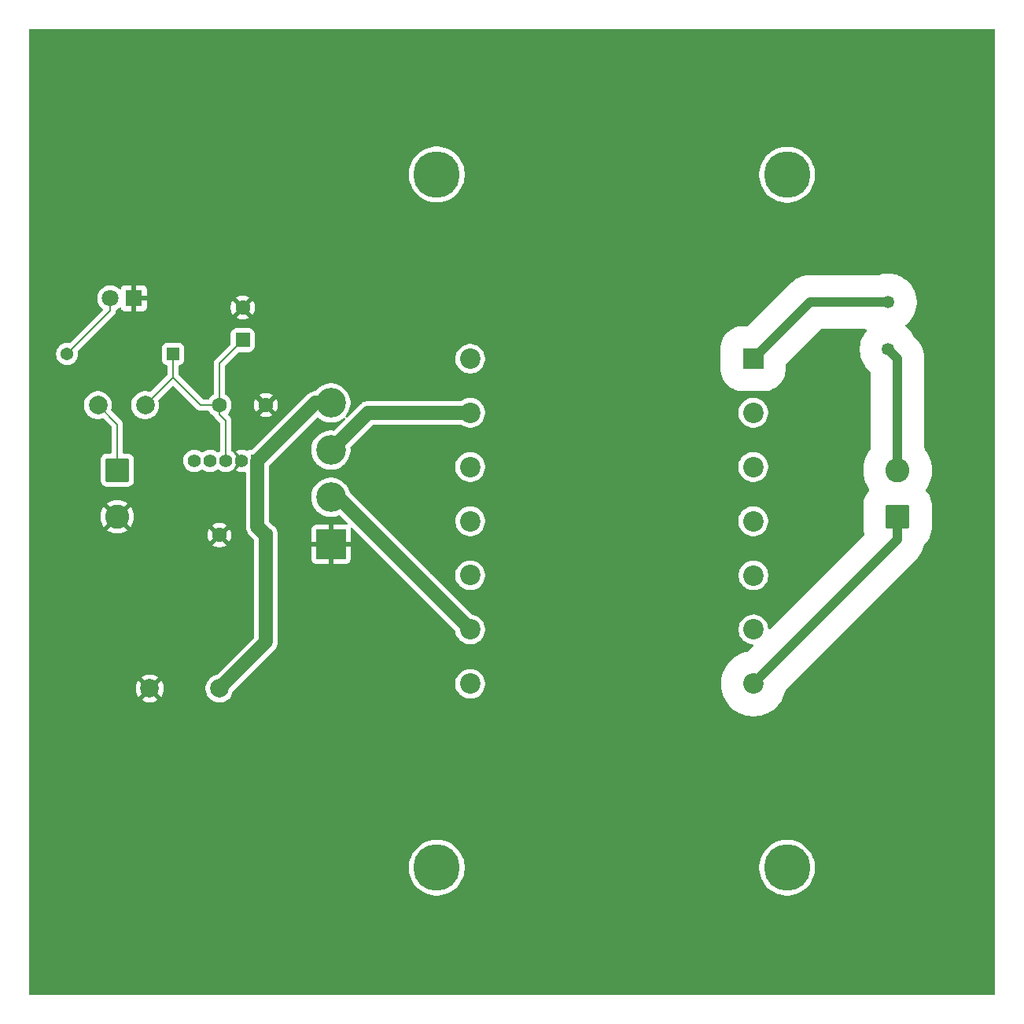
<source format=gtl>
%TF.GenerationSoftware,KiCad,Pcbnew,9.0.7-9.0.7~ubuntu24.04.1*%
%TF.CreationDate,2026-02-05T01:08:48+03:00*%
%TF.ProjectId,Linear_PowerSup_v1,4c696e65-6172-45f5-906f-776572537570,rev?*%
%TF.SameCoordinates,Original*%
%TF.FileFunction,Copper,L1,Top*%
%TF.FilePolarity,Positive*%
%FSLAX46Y46*%
G04 Gerber Fmt 4.6, Leading zero omitted, Abs format (unit mm)*
G04 Created by KiCad (PCBNEW 9.0.7-9.0.7~ubuntu24.04.1) date 2026-02-05 01:08:48*
%MOMM*%
%LPD*%
G01*
G04 APERTURE LIST*
G04 Aperture macros list*
%AMRoundRect*
0 Rectangle with rounded corners*
0 $1 Rounding radius*
0 $2 $3 $4 $5 $6 $7 $8 $9 X,Y pos of 4 corners*
0 Add a 4 corners polygon primitive as box body*
4,1,4,$2,$3,$4,$5,$6,$7,$8,$9,$2,$3,0*
0 Add four circle primitives for the rounded corners*
1,1,$1+$1,$2,$3*
1,1,$1+$1,$4,$5*
1,1,$1+$1,$6,$7*
1,1,$1+$1,$8,$9*
0 Add four rect primitives between the rounded corners*
20,1,$1+$1,$2,$3,$4,$5,0*
20,1,$1+$1,$4,$5,$6,$7,0*
20,1,$1+$1,$6,$7,$8,$9,0*
20,1,$1+$1,$8,$9,$2,$3,0*%
G04 Aperture macros list end*
%TA.AperFunction,ComponentPad*%
%ADD10C,2.000000*%
%TD*%
%TA.AperFunction,ComponentPad*%
%ADD11RoundRect,0.250000X-1.050000X1.050000X-1.050000X-1.050000X1.050000X-1.050000X1.050000X1.050000X0*%
%TD*%
%TA.AperFunction,ComponentPad*%
%ADD12C,2.600000*%
%TD*%
%TA.AperFunction,ComponentPad*%
%ADD13RoundRect,0.250000X1.050000X-1.050000X1.050000X1.050000X-1.050000X1.050000X-1.050000X-1.050000X0*%
%TD*%
%TA.AperFunction,ComponentPad*%
%ADD14R,1.371600X1.371600*%
%TD*%
%TA.AperFunction,ComponentPad*%
%ADD15C,1.371600*%
%TD*%
%TA.AperFunction,ComponentPad*%
%ADD16C,1.600000*%
%TD*%
%TA.AperFunction,ComponentPad*%
%ADD17C,1.350000*%
%TD*%
%TA.AperFunction,ComponentPad*%
%ADD18R,1.410000X1.410000*%
%TD*%
%TA.AperFunction,ComponentPad*%
%ADD19C,1.410000*%
%TD*%
%TA.AperFunction,ComponentPad*%
%ADD20RoundRect,0.250000X0.550000X-0.550000X0.550000X0.550000X-0.550000X0.550000X-0.550000X-0.550000X0*%
%TD*%
%TA.AperFunction,ComponentPad*%
%ADD21R,1.800000X1.800000*%
%TD*%
%TA.AperFunction,ComponentPad*%
%ADD22C,1.800000*%
%TD*%
%TA.AperFunction,WasherPad*%
%ADD23C,5.000000*%
%TD*%
%TA.AperFunction,ComponentPad*%
%ADD24R,2.200000X2.200000*%
%TD*%
%TA.AperFunction,ComponentPad*%
%ADD25C,2.200000*%
%TD*%
%TA.AperFunction,ComponentPad*%
%ADD26R,3.200000X3.200000*%
%TD*%
%TA.AperFunction,ComponentPad*%
%ADD27C,3.200000*%
%TD*%
%TA.AperFunction,Conductor*%
%ADD28C,1.500000*%
%TD*%
%TA.AperFunction,Conductor*%
%ADD29C,0.200000*%
%TD*%
%TA.AperFunction,Conductor*%
%ADD30C,1.000000*%
%TD*%
G04 APERTURE END LIST*
D10*
%TO.P,C1,1*%
%TO.N,Net-(D1-+)*%
X91000000Y-110500000D03*
%TO.P,C1,2*%
%TO.N,GND*%
X83500000Y-110500000D03*
%TD*%
D11*
%TO.P,J2,1,Pin_1*%
%TO.N,Net-(J2-Pin_1)*%
X80000000Y-87000000D03*
D12*
%TO.P,J2,2,Pin_2*%
%TO.N,GND*%
X80000000Y-92000000D03*
%TD*%
D10*
%TO.P,F2,1*%
%TO.N,Net-(U1-Vout)*%
X83000000Y-80010000D03*
%TO.P,F2,2*%
%TO.N,Net-(J2-Pin_1)*%
X77920000Y-80000000D03*
%TD*%
D13*
%TO.P,J1,1,Pin_1*%
%TO.N,NEUT*%
X164000000Y-92000000D03*
D12*
%TO.P,J1,2,Pin_2*%
%TO.N,LINE*%
X164000000Y-87000000D03*
%TD*%
D14*
%TO.P,R1,1*%
%TO.N,Net-(U1-Vout)*%
X86000000Y-74500000D03*
D15*
%TO.P,R1,2*%
%TO.N,Net-(D2-A)*%
X74595400Y-74500000D03*
%TD*%
D16*
%TO.P,C4,1*%
%TO.N,Net-(D1-+)*%
X96000000Y-94000000D03*
%TO.P,C4,2*%
%TO.N,GND*%
X91000000Y-94000000D03*
%TD*%
D17*
%TO.P,F1,1*%
%TO.N,LINE*%
X163000000Y-74000000D03*
%TO.P,F1,2*%
%TO.N,Net-(F1-Pad2)*%
X163000000Y-68920000D03*
%TD*%
D16*
%TO.P,C2,1*%
%TO.N,Net-(U1-Vout)*%
X91000000Y-80000000D03*
%TO.P,C2,2*%
%TO.N,GND*%
X96000000Y-80000000D03*
%TD*%
D18*
%TO.P,U1,1,Vin*%
%TO.N,Net-(D1-+)*%
X95100000Y-86000000D03*
D19*
%TO.P,U1,2,GND*%
%TO.N,GND*%
X93400000Y-86000000D03*
%TO.P,U1,3,Vout*%
%TO.N,Net-(U1-Vout)*%
X91700000Y-86000000D03*
%TO.P,U1,4*%
%TO.N,N/C*%
X90000000Y-86000000D03*
%TO.P,U1,5*%
X88300000Y-86000000D03*
%TD*%
D20*
%TO.P,C3,1*%
%TO.N,Net-(U1-Vout)*%
X93500000Y-73000000D03*
D16*
%TO.P,C3,2*%
%TO.N,GND*%
X93500000Y-69500000D03*
%TD*%
D21*
%TO.P,D2,1,K*%
%TO.N,GND*%
X81797700Y-68500000D03*
D22*
%TO.P,D2,2,A*%
%TO.N,Net-(D2-A)*%
X79257700Y-68500000D03*
%TD*%
D23*
%TO.P,TR1,*%
%TO.N,*%
X152100184Y-55197303D03*
X152100000Y-129800000D03*
X114400000Y-129800000D03*
X114400000Y-55175000D03*
D24*
%TO.P,TR1,1*%
%TO.N,Net-(F1-Pad2)*%
X148459835Y-74999590D03*
D25*
%TO.P,TR1,2*%
%TO.N,N/C*%
X148469939Y-80830000D03*
%TO.P,TR1,3*%
X148469939Y-86660000D03*
%TO.P,TR1,4*%
X148475000Y-92500000D03*
%TO.P,TR1,5*%
X148485095Y-98325000D03*
%TO.P,TR1,6*%
X148485095Y-104150000D03*
%TO.P,TR1,7*%
%TO.N,NEUT*%
X148490165Y-110000410D03*
%TO.P,TR1,8*%
%TO.N,N/C*%
X118000000Y-110000000D03*
%TO.P,TR1,9*%
%TO.N,Net-(D1-Pad2)*%
X118000000Y-104150000D03*
%TO.P,TR1,10*%
%TO.N,N/C*%
X118000000Y-98320000D03*
%TO.P,TR1,11*%
X118000686Y-92489964D03*
%TO.P,TR1,12*%
X118000000Y-86660000D03*
%TO.P,TR1,13*%
%TO.N,Net-(D1-Pad3)*%
X118000000Y-80830000D03*
%TO.P,TR1,14*%
%TO.N,N/C*%
X118000000Y-75000000D03*
%TD*%
D26*
%TO.P,D1,1,-*%
%TO.N,GND*%
X103000000Y-95000000D03*
D27*
%TO.P,D1,2*%
%TO.N,Net-(D1-Pad2)*%
X103000000Y-89920000D03*
%TO.P,D1,3*%
%TO.N,Net-(D1-Pad3)*%
X103000000Y-84840000D03*
%TO.P,D1,4,+*%
%TO.N,Net-(D1-+)*%
X103000000Y-79760000D03*
%TD*%
D28*
%TO.N,Net-(D1-+)*%
X91000000Y-110500000D02*
X96000000Y-105500000D01*
X95100000Y-93100000D02*
X96000000Y-94000000D01*
X101340000Y-79760000D02*
X95100000Y-86000000D01*
X95100000Y-86000000D02*
X95100000Y-93100000D01*
X103000000Y-79760000D02*
X101340000Y-79760000D01*
X96000000Y-105500000D02*
X96000000Y-94000000D01*
D29*
%TO.N,Net-(U1-Vout)*%
X91000000Y-75500000D02*
X93500000Y-73000000D01*
X91000000Y-80000000D02*
X91000000Y-75500000D01*
X83000000Y-80010000D02*
X86000000Y-77010000D01*
X91000000Y-80000000D02*
X91000000Y-81000000D01*
X91700000Y-81700000D02*
X91700000Y-86000000D01*
X86000000Y-77010000D02*
X86000000Y-74500000D01*
X88990000Y-80000000D02*
X91000000Y-80000000D01*
X93500000Y-73000000D02*
X93500000Y-73500000D01*
X91000000Y-81000000D02*
X91700000Y-81700000D01*
X86000000Y-77010000D02*
X88990000Y-80000000D01*
D30*
%TO.N,NEUT*%
X164000000Y-92000000D02*
X164000000Y-94490575D01*
X163699000Y-92301000D02*
X164000000Y-92301000D01*
X164000000Y-94490575D02*
X148490165Y-110000410D01*
D28*
%TO.N,Net-(D1-Pad2)*%
X118000000Y-104150000D02*
X103770000Y-89920000D01*
X103770000Y-89920000D02*
X103000000Y-89920000D01*
D29*
%TO.N,Net-(D2-A)*%
X74595400Y-74500000D02*
X79257700Y-69837700D01*
X79257700Y-69837700D02*
X79257700Y-68500000D01*
D30*
%TO.N,LINE*%
X164000000Y-75000000D02*
X163000000Y-74000000D01*
X164000000Y-87000000D02*
X164000000Y-75000000D01*
D29*
%TO.N,Net-(J2-Pin_1)*%
X80000000Y-82080000D02*
X77920000Y-80000000D01*
X80000000Y-87000000D02*
X80000000Y-82080000D01*
D28*
%TO.N,Net-(D1-Pad3)*%
X118000000Y-80830000D02*
X107010000Y-80830000D01*
X107010000Y-80830000D02*
X103000000Y-84840000D01*
D30*
%TO.N,Net-(F1-Pad2)*%
X154539425Y-68920000D02*
X148459835Y-74999590D01*
X163000000Y-68920000D02*
X154539425Y-68920000D01*
%TD*%
%TA.AperFunction,Conductor*%
%TO.N,GND*%
G36*
X174442539Y-39520185D02*
G01*
X174488294Y-39572989D01*
X174499500Y-39624500D01*
X174499500Y-143375500D01*
X174479815Y-143442539D01*
X174427011Y-143488294D01*
X174375500Y-143499500D01*
X70624500Y-143499500D01*
X70557461Y-143479815D01*
X70511706Y-143427011D01*
X70500500Y-143375500D01*
X70500500Y-129631491D01*
X111399500Y-129631491D01*
X111399500Y-129968508D01*
X111437231Y-130303381D01*
X111437233Y-130303397D01*
X111512223Y-130631953D01*
X111512227Y-130631965D01*
X111623532Y-130950054D01*
X111769752Y-131253683D01*
X111769754Y-131253686D01*
X111949054Y-131539039D01*
X112159175Y-131802523D01*
X112397477Y-132040825D01*
X112660961Y-132250946D01*
X112946314Y-132430246D01*
X113249949Y-132576469D01*
X113488848Y-132660063D01*
X113568034Y-132687772D01*
X113568046Y-132687776D01*
X113896606Y-132762767D01*
X114231492Y-132800499D01*
X114231493Y-132800500D01*
X114231496Y-132800500D01*
X114568507Y-132800500D01*
X114568507Y-132800499D01*
X114903394Y-132762767D01*
X115231954Y-132687776D01*
X115550051Y-132576469D01*
X115853686Y-132430246D01*
X116139039Y-132250946D01*
X116402523Y-132040825D01*
X116640825Y-131802523D01*
X116850946Y-131539039D01*
X117030246Y-131253686D01*
X117176469Y-130950051D01*
X117287776Y-130631954D01*
X117362767Y-130303394D01*
X117400500Y-129968504D01*
X117400500Y-129631496D01*
X117400499Y-129631491D01*
X149099500Y-129631491D01*
X149099500Y-129968508D01*
X149137231Y-130303381D01*
X149137233Y-130303397D01*
X149212223Y-130631953D01*
X149212227Y-130631965D01*
X149323532Y-130950054D01*
X149469752Y-131253683D01*
X149469754Y-131253686D01*
X149649054Y-131539039D01*
X149859175Y-131802523D01*
X150097477Y-132040825D01*
X150360961Y-132250946D01*
X150646314Y-132430246D01*
X150949949Y-132576469D01*
X151188848Y-132660063D01*
X151268034Y-132687772D01*
X151268046Y-132687776D01*
X151596606Y-132762767D01*
X151931492Y-132800499D01*
X151931493Y-132800500D01*
X151931496Y-132800500D01*
X152268507Y-132800500D01*
X152268507Y-132800499D01*
X152603394Y-132762767D01*
X152931954Y-132687776D01*
X153250051Y-132576469D01*
X153553686Y-132430246D01*
X153839039Y-132250946D01*
X154102523Y-132040825D01*
X154340825Y-131802523D01*
X154550946Y-131539039D01*
X154730246Y-131253686D01*
X154876469Y-130950051D01*
X154987776Y-130631954D01*
X155062767Y-130303394D01*
X155100500Y-129968504D01*
X155100500Y-129631496D01*
X155062767Y-129296606D01*
X154987776Y-128968046D01*
X154876469Y-128649949D01*
X154730246Y-128346314D01*
X154550946Y-128060961D01*
X154340825Y-127797477D01*
X154102523Y-127559175D01*
X153839039Y-127349054D01*
X153553686Y-127169754D01*
X153553683Y-127169752D01*
X153250054Y-127023532D01*
X152931965Y-126912227D01*
X152931953Y-126912223D01*
X152603397Y-126837233D01*
X152603381Y-126837231D01*
X152268508Y-126799500D01*
X152268504Y-126799500D01*
X151931496Y-126799500D01*
X151931491Y-126799500D01*
X151596618Y-126837231D01*
X151596602Y-126837233D01*
X151268046Y-126912223D01*
X151268034Y-126912227D01*
X150949945Y-127023532D01*
X150646316Y-127169752D01*
X150360962Y-127349053D01*
X150097477Y-127559174D01*
X149859174Y-127797477D01*
X149649053Y-128060962D01*
X149469752Y-128346316D01*
X149323532Y-128649945D01*
X149212227Y-128968034D01*
X149212223Y-128968046D01*
X149137233Y-129296602D01*
X149137231Y-129296618D01*
X149099500Y-129631491D01*
X117400499Y-129631491D01*
X117362767Y-129296606D01*
X117287776Y-128968046D01*
X117176469Y-128649949D01*
X117030246Y-128346314D01*
X116850946Y-128060961D01*
X116640825Y-127797477D01*
X116402523Y-127559175D01*
X116139039Y-127349054D01*
X115853686Y-127169754D01*
X115853683Y-127169752D01*
X115550054Y-127023532D01*
X115231965Y-126912227D01*
X115231953Y-126912223D01*
X114903397Y-126837233D01*
X114903381Y-126837231D01*
X114568508Y-126799500D01*
X114568504Y-126799500D01*
X114231496Y-126799500D01*
X114231491Y-126799500D01*
X113896618Y-126837231D01*
X113896602Y-126837233D01*
X113568046Y-126912223D01*
X113568034Y-126912227D01*
X113249945Y-127023532D01*
X112946316Y-127169752D01*
X112660962Y-127349053D01*
X112397477Y-127559174D01*
X112159174Y-127797477D01*
X111949053Y-128060962D01*
X111769752Y-128346316D01*
X111623532Y-128649945D01*
X111512227Y-128968034D01*
X111512223Y-128968046D01*
X111437233Y-129296602D01*
X111437231Y-129296618D01*
X111399500Y-129631491D01*
X70500500Y-129631491D01*
X70500500Y-110381947D01*
X82000000Y-110381947D01*
X82000000Y-110618052D01*
X82036934Y-110851247D01*
X82109897Y-111075802D01*
X82217087Y-111286174D01*
X82277338Y-111369104D01*
X82277340Y-111369105D01*
X83017037Y-110629408D01*
X83034075Y-110692993D01*
X83099901Y-110807007D01*
X83192993Y-110900099D01*
X83307007Y-110965925D01*
X83370590Y-110982962D01*
X82630893Y-111722658D01*
X82713828Y-111782914D01*
X82924197Y-111890102D01*
X83148752Y-111963065D01*
X83148751Y-111963065D01*
X83381948Y-112000000D01*
X83618052Y-112000000D01*
X83851247Y-111963065D01*
X84075802Y-111890102D01*
X84286163Y-111782918D01*
X84286169Y-111782914D01*
X84369104Y-111722658D01*
X84369105Y-111722658D01*
X83629408Y-110982962D01*
X83692993Y-110965925D01*
X83807007Y-110900099D01*
X83900099Y-110807007D01*
X83965925Y-110692993D01*
X83982962Y-110629409D01*
X84722658Y-111369105D01*
X84722658Y-111369104D01*
X84782914Y-111286169D01*
X84782918Y-111286163D01*
X84890102Y-111075802D01*
X84963065Y-110851247D01*
X85000000Y-110618052D01*
X85000000Y-110381947D01*
X84963065Y-110148752D01*
X84890102Y-109924197D01*
X84782914Y-109713828D01*
X84722658Y-109630894D01*
X84722658Y-109630893D01*
X83982962Y-110370590D01*
X83965925Y-110307007D01*
X83900099Y-110192993D01*
X83807007Y-110099901D01*
X83692993Y-110034075D01*
X83629409Y-110017037D01*
X84369105Y-109277340D01*
X84369104Y-109277338D01*
X84286174Y-109217087D01*
X84075802Y-109109897D01*
X83851247Y-109036934D01*
X83851248Y-109036934D01*
X83618052Y-109000000D01*
X83381948Y-109000000D01*
X83148752Y-109036934D01*
X82924197Y-109109897D01*
X82713830Y-109217084D01*
X82630894Y-109277340D01*
X83370591Y-110017037D01*
X83307007Y-110034075D01*
X83192993Y-110099901D01*
X83099901Y-110192993D01*
X83034075Y-110307007D01*
X83017037Y-110370591D01*
X82277340Y-109630894D01*
X82217084Y-109713830D01*
X82109897Y-109924197D01*
X82036934Y-110148752D01*
X82000000Y-110381947D01*
X70500500Y-110381947D01*
X70500500Y-93897682D01*
X89700000Y-93897682D01*
X89700000Y-94102317D01*
X89732009Y-94304417D01*
X89795244Y-94499031D01*
X89888141Y-94681350D01*
X89888147Y-94681359D01*
X89920523Y-94725921D01*
X89920524Y-94725922D01*
X90600000Y-94046446D01*
X90600000Y-94052661D01*
X90627259Y-94154394D01*
X90679920Y-94245606D01*
X90754394Y-94320080D01*
X90845606Y-94372741D01*
X90947339Y-94400000D01*
X90953553Y-94400000D01*
X90274076Y-95079474D01*
X90318650Y-95111859D01*
X90500968Y-95204755D01*
X90695582Y-95267990D01*
X90897683Y-95300000D01*
X91102317Y-95300000D01*
X91304417Y-95267990D01*
X91499031Y-95204755D01*
X91681349Y-95111859D01*
X91725921Y-95079474D01*
X91046447Y-94400000D01*
X91052661Y-94400000D01*
X91154394Y-94372741D01*
X91245606Y-94320080D01*
X91320080Y-94245606D01*
X91372741Y-94154394D01*
X91400000Y-94052661D01*
X91400000Y-94046447D01*
X92079474Y-94725921D01*
X92111859Y-94681349D01*
X92204755Y-94499031D01*
X92267990Y-94304417D01*
X92300000Y-94102317D01*
X92300000Y-93897682D01*
X92267990Y-93695582D01*
X92204755Y-93500968D01*
X92111859Y-93318650D01*
X92079474Y-93274077D01*
X92079474Y-93274076D01*
X91400000Y-93953551D01*
X91400000Y-93947339D01*
X91372741Y-93845606D01*
X91320080Y-93754394D01*
X91245606Y-93679920D01*
X91154394Y-93627259D01*
X91052661Y-93600000D01*
X91046446Y-93600000D01*
X91725922Y-92920524D01*
X91725921Y-92920523D01*
X91681359Y-92888147D01*
X91681350Y-92888141D01*
X91499031Y-92795244D01*
X91304417Y-92732009D01*
X91102317Y-92700000D01*
X90897683Y-92700000D01*
X90695582Y-92732009D01*
X90500968Y-92795244D01*
X90318644Y-92888143D01*
X90274077Y-92920523D01*
X90274077Y-92920524D01*
X90953554Y-93600000D01*
X90947339Y-93600000D01*
X90845606Y-93627259D01*
X90754394Y-93679920D01*
X90679920Y-93754394D01*
X90627259Y-93845606D01*
X90600000Y-93947339D01*
X90600000Y-93953553D01*
X89920524Y-93274077D01*
X89920523Y-93274077D01*
X89888143Y-93318644D01*
X89795244Y-93500968D01*
X89732009Y-93695582D01*
X89700000Y-93897682D01*
X70500500Y-93897682D01*
X70500500Y-91882014D01*
X78200000Y-91882014D01*
X78200000Y-92117985D01*
X78230799Y-92351914D01*
X78291870Y-92579837D01*
X78382160Y-92797819D01*
X78382165Y-92797828D01*
X78500144Y-93002171D01*
X78500145Y-93002172D01*
X78562721Y-93083723D01*
X79398958Y-92247487D01*
X79423978Y-92307890D01*
X79495112Y-92414351D01*
X79585649Y-92504888D01*
X79692110Y-92576022D01*
X79752511Y-92601041D01*
X78916275Y-93437277D01*
X78997827Y-93499854D01*
X78997828Y-93499855D01*
X79202171Y-93617834D01*
X79202180Y-93617839D01*
X79420163Y-93708129D01*
X79420161Y-93708129D01*
X79648085Y-93769200D01*
X79882014Y-93799999D01*
X79882029Y-93800000D01*
X80117971Y-93800000D01*
X80117985Y-93799999D01*
X80346780Y-93769877D01*
X80351914Y-93769200D01*
X80579837Y-93708129D01*
X80797819Y-93617839D01*
X80797828Y-93617834D01*
X81002181Y-93499850D01*
X81083723Y-93437279D01*
X81083723Y-93437276D01*
X80247487Y-92601041D01*
X80307890Y-92576022D01*
X80414351Y-92504888D01*
X80504888Y-92414351D01*
X80576022Y-92307890D01*
X80601041Y-92247488D01*
X81437276Y-93083723D01*
X81437279Y-93083723D01*
X81499850Y-93002181D01*
X81555507Y-92905782D01*
X81617834Y-92797828D01*
X81617839Y-92797819D01*
X81708129Y-92579837D01*
X81769200Y-92351914D01*
X81799999Y-92117985D01*
X81800000Y-92117971D01*
X81800000Y-91882028D01*
X81799999Y-91882014D01*
X81769200Y-91648085D01*
X81708129Y-91420162D01*
X81617839Y-91202180D01*
X81617834Y-91202171D01*
X81499855Y-90997828D01*
X81499854Y-90997827D01*
X81437277Y-90916275D01*
X80601041Y-91752511D01*
X80576022Y-91692110D01*
X80504888Y-91585649D01*
X80414351Y-91495112D01*
X80307890Y-91423978D01*
X80247488Y-91398958D01*
X81083723Y-90562721D01*
X81002172Y-90500145D01*
X81002171Y-90500144D01*
X80797828Y-90382165D01*
X80797819Y-90382160D01*
X80579836Y-90291870D01*
X80579838Y-90291870D01*
X80351914Y-90230799D01*
X80117985Y-90200000D01*
X79882014Y-90200000D01*
X79648085Y-90230799D01*
X79420162Y-90291870D01*
X79202180Y-90382160D01*
X79202171Y-90382165D01*
X78997828Y-90500144D01*
X78997818Y-90500150D01*
X78916275Y-90562720D01*
X78916275Y-90562721D01*
X79752512Y-91398958D01*
X79692110Y-91423978D01*
X79585649Y-91495112D01*
X79495112Y-91585649D01*
X79423978Y-91692110D01*
X79398958Y-91752511D01*
X78562721Y-90916275D01*
X78562720Y-90916275D01*
X78500150Y-90997818D01*
X78500144Y-90997828D01*
X78382165Y-91202171D01*
X78382160Y-91202180D01*
X78291870Y-91420162D01*
X78230799Y-91648085D01*
X78200000Y-91882014D01*
X70500500Y-91882014D01*
X70500500Y-79881902D01*
X76419500Y-79881902D01*
X76419500Y-80118097D01*
X76456446Y-80351368D01*
X76529433Y-80575996D01*
X76605825Y-80725922D01*
X76636657Y-80786433D01*
X76775483Y-80977510D01*
X76942490Y-81144517D01*
X77133567Y-81283343D01*
X77227668Y-81331290D01*
X77344003Y-81390566D01*
X77344005Y-81390566D01*
X77344008Y-81390568D01*
X77436292Y-81420553D01*
X77568631Y-81463553D01*
X77801903Y-81500500D01*
X77801908Y-81500500D01*
X78038097Y-81500500D01*
X78144126Y-81483705D01*
X78271368Y-81463553D01*
X78397566Y-81422547D01*
X78467404Y-81420553D01*
X78523563Y-81452798D01*
X79363181Y-82292416D01*
X79396666Y-82353739D01*
X79399500Y-82380097D01*
X79399500Y-85075500D01*
X79379815Y-85142539D01*
X79327011Y-85188294D01*
X79275500Y-85199500D01*
X78899998Y-85199500D01*
X78899980Y-85199501D01*
X78797203Y-85210000D01*
X78797200Y-85210001D01*
X78630668Y-85265185D01*
X78630663Y-85265187D01*
X78481342Y-85357289D01*
X78357289Y-85481342D01*
X78265187Y-85630663D01*
X78265185Y-85630668D01*
X78239834Y-85707174D01*
X78210001Y-85797203D01*
X78210001Y-85797204D01*
X78210000Y-85797204D01*
X78199500Y-85899983D01*
X78199500Y-88100001D01*
X78199501Y-88100018D01*
X78210000Y-88202796D01*
X78210001Y-88202799D01*
X78254594Y-88337370D01*
X78265186Y-88369334D01*
X78357288Y-88518656D01*
X78481344Y-88642712D01*
X78630666Y-88734814D01*
X78797203Y-88789999D01*
X78899991Y-88800500D01*
X81100008Y-88800499D01*
X81202797Y-88789999D01*
X81369334Y-88734814D01*
X81518656Y-88642712D01*
X81642712Y-88518656D01*
X81734814Y-88369334D01*
X81789999Y-88202797D01*
X81800500Y-88100009D01*
X81800499Y-85899992D01*
X81789999Y-85797203D01*
X81734814Y-85630666D01*
X81642712Y-85481344D01*
X81518656Y-85357288D01*
X81425888Y-85300069D01*
X81369336Y-85265187D01*
X81369331Y-85265185D01*
X81367862Y-85264698D01*
X81202797Y-85210001D01*
X81202795Y-85210000D01*
X81100016Y-85199500D01*
X81100009Y-85199500D01*
X80724500Y-85199500D01*
X80657461Y-85179815D01*
X80611706Y-85127011D01*
X80600500Y-85075500D01*
X80600500Y-82000945D01*
X80600500Y-82000943D01*
X80562869Y-81860500D01*
X80562869Y-81860499D01*
X80562869Y-81860498D01*
X80559579Y-81848220D01*
X80559576Y-81848214D01*
X80545919Y-81824560D01*
X80542700Y-81818985D01*
X80519648Y-81779056D01*
X80519647Y-81779055D01*
X80480521Y-81711286D01*
X80480520Y-81711284D01*
X80368716Y-81599480D01*
X80368715Y-81599479D01*
X80364385Y-81595149D01*
X80364374Y-81595139D01*
X79372798Y-80603563D01*
X79339313Y-80542240D01*
X79342547Y-80477566D01*
X79383553Y-80351368D01*
X79412173Y-80170668D01*
X79420500Y-80118097D01*
X79420500Y-79891902D01*
X81499500Y-79891902D01*
X81499500Y-80128097D01*
X81536446Y-80361368D01*
X81609433Y-80585996D01*
X81662950Y-80691028D01*
X81716657Y-80796433D01*
X81855483Y-80987510D01*
X82022490Y-81154517D01*
X82213567Y-81293343D01*
X82288042Y-81331290D01*
X82424003Y-81400566D01*
X82424005Y-81400566D01*
X82424008Y-81400568D01*
X82544412Y-81439689D01*
X82648631Y-81473553D01*
X82881903Y-81510500D01*
X82881908Y-81510500D01*
X83118097Y-81510500D01*
X83351368Y-81473553D01*
X83575992Y-81400568D01*
X83786433Y-81293343D01*
X83977510Y-81154517D01*
X84144517Y-80987510D01*
X84283343Y-80796433D01*
X84390568Y-80585992D01*
X84463553Y-80361368D01*
X84493757Y-80170668D01*
X84500500Y-80128097D01*
X84500500Y-79891902D01*
X84469387Y-79695466D01*
X84463553Y-79658632D01*
X84422547Y-79532433D01*
X84420553Y-79462593D01*
X84452796Y-79406437D01*
X85912322Y-77946912D01*
X85973641Y-77913430D01*
X86043333Y-77918414D01*
X86087679Y-77946914D01*
X88621284Y-80480520D01*
X88621286Y-80480521D01*
X88621290Y-80480524D01*
X88728187Y-80542240D01*
X88758216Y-80559577D01*
X88910943Y-80600501D01*
X88910945Y-80600501D01*
X89076654Y-80600501D01*
X89076670Y-80600500D01*
X89770398Y-80600500D01*
X89837437Y-80620185D01*
X89880883Y-80668205D01*
X89887715Y-80681614D01*
X90008028Y-80847213D01*
X90008034Y-80847219D01*
X90152781Y-80991966D01*
X90318390Y-81112287D01*
X90350226Y-81128508D01*
X90373444Y-81140338D01*
X90424240Y-81188313D01*
X90428870Y-81197023D01*
X90433916Y-81207501D01*
X90440423Y-81231785D01*
X90469360Y-81281904D01*
X90471678Y-81285919D01*
X90471681Y-81285925D01*
X90519479Y-81368714D01*
X90519481Y-81368717D01*
X90638349Y-81487585D01*
X90638355Y-81487590D01*
X91063181Y-81912416D01*
X91096666Y-81973739D01*
X91099500Y-82000097D01*
X91099500Y-84883027D01*
X91097958Y-84888276D01*
X91099045Y-84893639D01*
X91088220Y-84921441D01*
X91079815Y-84950066D01*
X91075153Y-84955001D01*
X91073695Y-84958748D01*
X91048385Y-84983346D01*
X90922885Y-85074526D01*
X90857078Y-85098005D01*
X90789025Y-85082179D01*
X90777115Y-85074526D01*
X90631819Y-84968963D01*
X90462756Y-84882820D01*
X90282289Y-84824182D01*
X90094880Y-84794500D01*
X90094875Y-84794500D01*
X89905125Y-84794500D01*
X89905120Y-84794500D01*
X89717710Y-84824182D01*
X89537243Y-84882820D01*
X89368180Y-84968963D01*
X89222885Y-85074526D01*
X89157078Y-85098005D01*
X89089025Y-85082179D01*
X89077115Y-85074526D01*
X88931819Y-84968963D01*
X88762756Y-84882820D01*
X88582289Y-84824182D01*
X88394880Y-84794500D01*
X88394875Y-84794500D01*
X88205125Y-84794500D01*
X88205120Y-84794500D01*
X88017710Y-84824182D01*
X87837243Y-84882820D01*
X87668176Y-84968966D01*
X87514675Y-85080490D01*
X87514670Y-85080494D01*
X87380494Y-85214670D01*
X87380490Y-85214675D01*
X87268966Y-85368176D01*
X87182820Y-85537243D01*
X87124182Y-85717710D01*
X87094500Y-85905119D01*
X87094500Y-86094880D01*
X87124182Y-86282289D01*
X87182820Y-86462756D01*
X87268966Y-86631823D01*
X87380490Y-86785324D01*
X87380494Y-86785329D01*
X87514670Y-86919505D01*
X87514675Y-86919509D01*
X87641952Y-87011980D01*
X87668180Y-87031036D01*
X87775907Y-87085925D01*
X87837243Y-87117179D01*
X87837245Y-87117179D01*
X87837248Y-87117181D01*
X87933980Y-87148611D01*
X88017710Y-87175817D01*
X88205120Y-87205500D01*
X88205125Y-87205500D01*
X88394880Y-87205500D01*
X88582289Y-87175817D01*
X88588798Y-87173702D01*
X88762752Y-87117181D01*
X88931820Y-87031036D01*
X89048806Y-86946041D01*
X89077115Y-86925474D01*
X89142921Y-86901994D01*
X89210975Y-86917820D01*
X89222885Y-86925474D01*
X89341952Y-87011980D01*
X89368180Y-87031036D01*
X89475907Y-87085925D01*
X89537243Y-87117179D01*
X89537245Y-87117179D01*
X89537248Y-87117181D01*
X89633980Y-87148611D01*
X89717710Y-87175817D01*
X89905120Y-87205500D01*
X89905125Y-87205500D01*
X90094880Y-87205500D01*
X90282289Y-87175817D01*
X90288798Y-87173702D01*
X90462752Y-87117181D01*
X90631820Y-87031036D01*
X90748806Y-86946041D01*
X90777115Y-86925474D01*
X90842921Y-86901994D01*
X90910975Y-86917820D01*
X90922885Y-86925474D01*
X91041952Y-87011980D01*
X91068180Y-87031036D01*
X91175907Y-87085925D01*
X91237243Y-87117179D01*
X91237245Y-87117179D01*
X91237248Y-87117181D01*
X91333980Y-87148611D01*
X91417710Y-87175817D01*
X91605120Y-87205500D01*
X91605125Y-87205500D01*
X91794880Y-87205500D01*
X91982289Y-87175817D01*
X91988798Y-87173702D01*
X92162752Y-87117181D01*
X92331820Y-87031036D01*
X92485331Y-86919504D01*
X92619504Y-86785331D01*
X92731036Y-86631820D01*
X92817181Y-86462752D01*
X92875817Y-86282289D01*
X92890527Y-86189408D01*
X92897892Y-86173871D01*
X92906119Y-86204572D01*
X92975895Y-86325427D01*
X93074573Y-86424105D01*
X93195428Y-86493881D01*
X93246093Y-86507457D01*
X92807508Y-86946041D01*
X92742803Y-87011980D01*
X92768441Y-87030607D01*
X92937438Y-87116715D01*
X93117832Y-87175329D01*
X93117831Y-87175329D01*
X93305165Y-87205000D01*
X93494835Y-87205000D01*
X93682168Y-87175329D01*
X93682169Y-87175329D01*
X93687177Y-87173702D01*
X93757018Y-87171703D01*
X93816852Y-87207781D01*
X93847683Y-87270481D01*
X93849500Y-87291631D01*
X93849500Y-93198422D01*
X93880290Y-93392826D01*
X93941117Y-93580030D01*
X94007727Y-93710758D01*
X94030476Y-93755405D01*
X94146172Y-93914646D01*
X94146174Y-93914648D01*
X94713181Y-94481655D01*
X94746666Y-94542978D01*
X94749500Y-94569336D01*
X94749500Y-104930663D01*
X94729815Y-104997702D01*
X94713181Y-105018344D01*
X90732308Y-108999216D01*
X90670985Y-109032701D01*
X90664030Y-109034008D01*
X90648631Y-109036447D01*
X90424005Y-109109433D01*
X90213566Y-109216657D01*
X90130047Y-109277338D01*
X90022490Y-109355483D01*
X90022488Y-109355485D01*
X90022487Y-109355485D01*
X89855485Y-109522487D01*
X89855485Y-109522488D01*
X89855483Y-109522490D01*
X89795862Y-109604550D01*
X89716657Y-109713566D01*
X89609433Y-109924003D01*
X89536446Y-110148631D01*
X89499500Y-110381902D01*
X89499500Y-110618097D01*
X89536446Y-110851368D01*
X89609433Y-111075996D01*
X89683212Y-111220794D01*
X89716657Y-111286433D01*
X89855483Y-111477510D01*
X90022490Y-111644517D01*
X90213567Y-111783343D01*
X90250582Y-111802203D01*
X90424003Y-111890566D01*
X90424005Y-111890566D01*
X90424008Y-111890568D01*
X90544412Y-111929689D01*
X90648631Y-111963553D01*
X90881903Y-112000500D01*
X90881908Y-112000500D01*
X91118097Y-112000500D01*
X91351368Y-111963553D01*
X91352870Y-111963065D01*
X91575992Y-111890568D01*
X91786433Y-111783343D01*
X91977510Y-111644517D01*
X92144517Y-111477510D01*
X92283343Y-111286433D01*
X92390568Y-111075992D01*
X92463553Y-110851368D01*
X92465990Y-110835976D01*
X92495915Y-110772843D01*
X92500765Y-110767707D01*
X93394434Y-109874038D01*
X116399500Y-109874038D01*
X116399500Y-110125962D01*
X116403091Y-110148632D01*
X116438910Y-110374785D01*
X116516760Y-110614383D01*
X116561636Y-110702456D01*
X116629670Y-110835980D01*
X116631132Y-110838848D01*
X116779201Y-111042649D01*
X116779205Y-111042654D01*
X116957345Y-111220794D01*
X116957350Y-111220798D01*
X117135117Y-111349952D01*
X117161155Y-111368870D01*
X117304184Y-111441747D01*
X117385616Y-111483239D01*
X117385618Y-111483239D01*
X117385621Y-111483241D01*
X117625215Y-111561090D01*
X117874038Y-111600500D01*
X117874039Y-111600500D01*
X118125961Y-111600500D01*
X118125962Y-111600500D01*
X118374785Y-111561090D01*
X118614379Y-111483241D01*
X118838845Y-111368870D01*
X119042656Y-111220793D01*
X119220793Y-111042656D01*
X119368870Y-110838845D01*
X119483241Y-110614379D01*
X119561090Y-110374785D01*
X119600500Y-110125962D01*
X119600500Y-109874038D01*
X119561090Y-109625215D01*
X119483241Y-109385621D01*
X119483239Y-109385618D01*
X119483239Y-109385616D01*
X119428068Y-109277338D01*
X119368870Y-109161155D01*
X119331291Y-109109432D01*
X119220798Y-108957350D01*
X119220794Y-108957345D01*
X119042654Y-108779205D01*
X119042649Y-108779201D01*
X118838848Y-108631132D01*
X118838847Y-108631131D01*
X118838845Y-108631130D01*
X118768747Y-108595413D01*
X118614383Y-108516760D01*
X118374785Y-108438910D01*
X118125962Y-108399500D01*
X117874038Y-108399500D01*
X117749626Y-108419205D01*
X117625214Y-108438910D01*
X117385616Y-108516760D01*
X117161151Y-108631132D01*
X116957350Y-108779201D01*
X116957345Y-108779205D01*
X116779205Y-108957345D01*
X116779201Y-108957350D01*
X116631132Y-109161151D01*
X116516760Y-109385616D01*
X116438910Y-109625214D01*
X116424916Y-109713566D01*
X116399500Y-109874038D01*
X93394434Y-109874038D01*
X96953828Y-106314646D01*
X97069524Y-106155405D01*
X97158884Y-105980026D01*
X97219709Y-105792826D01*
X97226413Y-105750500D01*
X97244985Y-105633239D01*
X97250500Y-105598422D01*
X97250500Y-94379500D01*
X97256569Y-94341182D01*
X97268477Y-94304534D01*
X97300500Y-94102352D01*
X97300500Y-93897648D01*
X97277971Y-93755405D01*
X97268477Y-93695465D01*
X97237458Y-93600000D01*
X97205220Y-93500781D01*
X97205218Y-93500778D01*
X97205218Y-93500776D01*
X97172863Y-93437277D01*
X97112287Y-93318390D01*
X97112285Y-93318387D01*
X97112284Y-93318385D01*
X96991971Y-93152786D01*
X96847213Y-93008028D01*
X96681611Y-92887713D01*
X96647272Y-92870216D01*
X96615887Y-92847413D01*
X96386819Y-92618345D01*
X96353334Y-92557022D01*
X96350500Y-92530664D01*
X96350500Y-89782332D01*
X100899500Y-89782332D01*
X100899500Y-90057667D01*
X100899501Y-90057684D01*
X100935438Y-90330655D01*
X100935439Y-90330660D01*
X100935440Y-90330666D01*
X100949238Y-90382160D01*
X101006704Y-90596630D01*
X101112075Y-90851017D01*
X101112080Y-90851028D01*
X101194861Y-90994407D01*
X101249751Y-91089479D01*
X101249753Y-91089482D01*
X101249754Y-91089483D01*
X101417370Y-91307926D01*
X101417376Y-91307933D01*
X101612066Y-91502623D01*
X101612072Y-91502628D01*
X101830521Y-91670249D01*
X101983778Y-91758732D01*
X102068971Y-91807919D01*
X102068976Y-91807921D01*
X102068979Y-91807923D01*
X102323368Y-91913295D01*
X102589334Y-91984560D01*
X102862326Y-92020500D01*
X102862333Y-92020500D01*
X103137667Y-92020500D01*
X103137674Y-92020500D01*
X103410666Y-91984560D01*
X103676632Y-91913295D01*
X103825082Y-91851804D01*
X103894545Y-91844336D01*
X103957025Y-91875610D01*
X103960211Y-91878685D01*
X104773180Y-92691654D01*
X104806665Y-92752977D01*
X104801681Y-92822669D01*
X104759809Y-92878602D01*
X104694345Y-92903019D01*
X104672244Y-92902625D01*
X104647828Y-92900000D01*
X103250000Y-92900000D01*
X103250000Y-94237639D01*
X103233351Y-94230743D01*
X103078793Y-94200000D01*
X102921207Y-94200000D01*
X102766649Y-94230743D01*
X102750000Y-94237639D01*
X102750000Y-92900000D01*
X101352155Y-92900000D01*
X101292627Y-92906401D01*
X101292620Y-92906403D01*
X101157913Y-92956645D01*
X101157906Y-92956649D01*
X101042812Y-93042809D01*
X101042809Y-93042812D01*
X100956649Y-93157906D01*
X100956645Y-93157913D01*
X100906403Y-93292620D01*
X100906401Y-93292627D01*
X100900000Y-93352155D01*
X100900000Y-94750000D01*
X102237639Y-94750000D01*
X102230743Y-94766649D01*
X102200000Y-94921207D01*
X102200000Y-95078793D01*
X102230743Y-95233351D01*
X102237639Y-95250000D01*
X100900000Y-95250000D01*
X100900000Y-96647844D01*
X100906401Y-96707372D01*
X100906403Y-96707379D01*
X100956645Y-96842086D01*
X100956649Y-96842093D01*
X101042809Y-96957187D01*
X101042812Y-96957190D01*
X101157906Y-97043350D01*
X101157913Y-97043354D01*
X101292620Y-97093596D01*
X101292627Y-97093598D01*
X101352155Y-97099999D01*
X101352172Y-97100000D01*
X102750000Y-97100000D01*
X102750000Y-95762360D01*
X102766649Y-95769257D01*
X102921207Y-95800000D01*
X103078793Y-95800000D01*
X103233351Y-95769257D01*
X103250000Y-95762360D01*
X103250000Y-97100000D01*
X104647828Y-97100000D01*
X104647844Y-97099999D01*
X104707372Y-97093598D01*
X104707379Y-97093596D01*
X104842086Y-97043354D01*
X104842093Y-97043350D01*
X104957187Y-96957190D01*
X104957190Y-96957187D01*
X105043350Y-96842093D01*
X105043354Y-96842086D01*
X105093596Y-96707379D01*
X105093598Y-96707372D01*
X105099999Y-96647844D01*
X105100000Y-96647827D01*
X105100000Y-95250000D01*
X103762361Y-95250000D01*
X103769257Y-95233351D01*
X103800000Y-95078793D01*
X103800000Y-94921207D01*
X103769257Y-94766649D01*
X103762361Y-94750000D01*
X105100000Y-94750000D01*
X105100000Y-93352172D01*
X105099999Y-93352163D01*
X105097375Y-93327759D01*
X105109778Y-93258999D01*
X105157387Y-93207860D01*
X105225086Y-93190579D01*
X105291381Y-93212642D01*
X105308345Y-93226819D01*
X116378916Y-104297390D01*
X116412401Y-104358713D01*
X116413708Y-104365672D01*
X116438909Y-104524782D01*
X116516760Y-104764381D01*
X116631132Y-104988848D01*
X116779201Y-105192649D01*
X116779205Y-105192654D01*
X116957345Y-105370794D01*
X116957350Y-105370798D01*
X117135117Y-105499952D01*
X117161155Y-105518870D01*
X117304184Y-105591747D01*
X117385616Y-105633239D01*
X117385618Y-105633239D01*
X117385621Y-105633241D01*
X117625215Y-105711090D01*
X117874038Y-105750500D01*
X117874039Y-105750500D01*
X118125961Y-105750500D01*
X118125962Y-105750500D01*
X118374785Y-105711090D01*
X118614379Y-105633241D01*
X118838845Y-105518870D01*
X119042656Y-105370793D01*
X119220793Y-105192656D01*
X119368870Y-104988845D01*
X119483241Y-104764379D01*
X119561090Y-104524785D01*
X119600500Y-104275962D01*
X119600500Y-104024038D01*
X119561090Y-103775215D01*
X119483241Y-103535621D01*
X119483239Y-103535618D01*
X119483239Y-103535616D01*
X119441747Y-103454184D01*
X119368870Y-103311155D01*
X119349952Y-103285117D01*
X119220798Y-103107350D01*
X119220794Y-103107345D01*
X119042654Y-102929205D01*
X119042649Y-102929201D01*
X118838848Y-102781132D01*
X118838847Y-102781131D01*
X118838845Y-102781130D01*
X118614379Y-102666759D01*
X118374785Y-102588910D01*
X118374783Y-102588909D01*
X118215672Y-102563708D01*
X118152538Y-102533778D01*
X118147390Y-102528916D01*
X113812512Y-98194038D01*
X116399500Y-98194038D01*
X116399500Y-98445961D01*
X116438910Y-98694785D01*
X116516760Y-98934383D01*
X116631132Y-99158848D01*
X116779201Y-99362649D01*
X116779205Y-99362654D01*
X116957345Y-99540794D01*
X116957350Y-99540798D01*
X117135117Y-99669952D01*
X117161155Y-99688870D01*
X117304184Y-99761747D01*
X117385616Y-99803239D01*
X117385618Y-99803239D01*
X117385621Y-99803241D01*
X117625215Y-99881090D01*
X117874038Y-99920500D01*
X117874039Y-99920500D01*
X118125961Y-99920500D01*
X118125962Y-99920500D01*
X118374785Y-99881090D01*
X118614379Y-99803241D01*
X118838845Y-99688870D01*
X119042656Y-99540793D01*
X119220793Y-99362656D01*
X119368870Y-99158845D01*
X119483241Y-98934379D01*
X119561090Y-98694785D01*
X119600500Y-98445962D01*
X119600500Y-98199038D01*
X146884595Y-98199038D01*
X146884595Y-98450961D01*
X146924005Y-98699785D01*
X147001855Y-98939383D01*
X147080508Y-99093747D01*
X147113677Y-99158845D01*
X147116227Y-99163848D01*
X147264296Y-99367649D01*
X147264300Y-99367654D01*
X147442440Y-99545794D01*
X147442445Y-99545798D01*
X147620212Y-99674952D01*
X147646250Y-99693870D01*
X147789279Y-99766747D01*
X147870711Y-99808239D01*
X147870713Y-99808239D01*
X147870716Y-99808241D01*
X148110310Y-99886090D01*
X148359133Y-99925500D01*
X148359134Y-99925500D01*
X148611056Y-99925500D01*
X148611057Y-99925500D01*
X148859880Y-99886090D01*
X149099474Y-99808241D01*
X149323940Y-99693870D01*
X149527751Y-99545793D01*
X149705888Y-99367656D01*
X149853965Y-99163845D01*
X149968336Y-98939379D01*
X150046185Y-98699785D01*
X150085595Y-98450962D01*
X150085595Y-98199038D01*
X150046185Y-97950215D01*
X149968336Y-97710621D01*
X149968334Y-97710618D01*
X149968334Y-97710616D01*
X149926842Y-97629184D01*
X149853965Y-97486155D01*
X149835047Y-97460117D01*
X149705893Y-97282350D01*
X149705889Y-97282345D01*
X149527749Y-97104205D01*
X149527744Y-97104201D01*
X149323943Y-96956132D01*
X149323942Y-96956131D01*
X149323940Y-96956130D01*
X149253842Y-96920413D01*
X149099478Y-96841760D01*
X148859880Y-96763910D01*
X148828311Y-96758910D01*
X148611057Y-96724500D01*
X148359133Y-96724500D01*
X148234721Y-96744205D01*
X148110309Y-96763910D01*
X147870711Y-96841760D01*
X147646246Y-96956132D01*
X147442445Y-97104201D01*
X147442440Y-97104205D01*
X147264300Y-97282345D01*
X147264296Y-97282350D01*
X147116227Y-97486151D01*
X147001855Y-97710616D01*
X146924005Y-97950214D01*
X146884595Y-98199038D01*
X119600500Y-98199038D01*
X119600500Y-98194038D01*
X119561090Y-97945215D01*
X119483241Y-97705621D01*
X119483239Y-97705618D01*
X119483239Y-97705616D01*
X119441747Y-97624184D01*
X119368870Y-97481155D01*
X119349952Y-97455117D01*
X119220798Y-97277350D01*
X119220794Y-97277345D01*
X119042654Y-97099205D01*
X119042649Y-97099201D01*
X118838848Y-96951132D01*
X118838847Y-96951131D01*
X118838845Y-96951130D01*
X118768747Y-96915413D01*
X118614383Y-96836760D01*
X118374785Y-96758910D01*
X118125962Y-96719500D01*
X117874038Y-96719500D01*
X117749626Y-96739205D01*
X117625214Y-96758910D01*
X117385616Y-96836760D01*
X117161151Y-96951132D01*
X116957350Y-97099201D01*
X116957345Y-97099205D01*
X116779205Y-97277345D01*
X116779201Y-97277350D01*
X116631132Y-97481151D01*
X116516760Y-97705616D01*
X116438910Y-97945214D01*
X116399500Y-98194038D01*
X113812512Y-98194038D01*
X107982476Y-92364002D01*
X116400186Y-92364002D01*
X116400186Y-92615926D01*
X116401776Y-92625962D01*
X116439596Y-92864749D01*
X116517446Y-93104347D01*
X116596099Y-93258711D01*
X116626507Y-93318390D01*
X116631818Y-93328812D01*
X116779887Y-93532613D01*
X116779891Y-93532618D01*
X116958031Y-93710758D01*
X116958036Y-93710762D01*
X117135803Y-93839916D01*
X117161841Y-93858834D01*
X117304870Y-93931711D01*
X117386302Y-93973203D01*
X117386304Y-93973203D01*
X117386307Y-93973205D01*
X117625901Y-94051054D01*
X117874724Y-94090464D01*
X117874725Y-94090464D01*
X118126647Y-94090464D01*
X118126648Y-94090464D01*
X118375471Y-94051054D01*
X118615065Y-93973205D01*
X118839531Y-93858834D01*
X119043342Y-93710757D01*
X119221479Y-93532620D01*
X119369556Y-93328809D01*
X119483927Y-93104343D01*
X119561776Y-92864749D01*
X119601186Y-92615926D01*
X119601186Y-92374038D01*
X146874500Y-92374038D01*
X146874500Y-92625961D01*
X146913910Y-92874785D01*
X146991760Y-93114383D01*
X147041826Y-93212642D01*
X147101016Y-93328809D01*
X147106132Y-93338848D01*
X147254201Y-93542649D01*
X147254205Y-93542654D01*
X147432345Y-93720794D01*
X147432350Y-93720798D01*
X147499902Y-93769877D01*
X147636155Y-93868870D01*
X147771546Y-93937855D01*
X147860616Y-93983239D01*
X147860618Y-93983239D01*
X147860621Y-93983241D01*
X148100215Y-94061090D01*
X148349038Y-94100500D01*
X148349039Y-94100500D01*
X148600961Y-94100500D01*
X148600962Y-94100500D01*
X148849785Y-94061090D01*
X149089379Y-93983241D01*
X149313845Y-93868870D01*
X149517656Y-93720793D01*
X149695793Y-93542656D01*
X149843870Y-93338845D01*
X149958241Y-93114379D01*
X150036090Y-92874785D01*
X150075500Y-92625962D01*
X150075500Y-92374038D01*
X150036090Y-92125215D01*
X149958241Y-91885621D01*
X149958239Y-91885618D01*
X149958239Y-91885616D01*
X149859642Y-91692110D01*
X149843870Y-91661155D01*
X149789012Y-91585649D01*
X149695798Y-91457350D01*
X149695794Y-91457345D01*
X149517654Y-91279205D01*
X149517649Y-91279201D01*
X149313848Y-91131132D01*
X149313847Y-91131131D01*
X149313845Y-91131130D01*
X149232100Y-91089479D01*
X149089383Y-91016760D01*
X148849785Y-90938910D01*
X148600962Y-90899500D01*
X148349038Y-90899500D01*
X148243126Y-90916275D01*
X148100214Y-90938910D01*
X147860616Y-91016760D01*
X147636151Y-91131132D01*
X147432350Y-91279201D01*
X147432345Y-91279205D01*
X147254205Y-91457345D01*
X147254201Y-91457350D01*
X147106132Y-91661151D01*
X146991760Y-91885616D01*
X146913910Y-92125214D01*
X146874500Y-92374038D01*
X119601186Y-92374038D01*
X119601186Y-92364002D01*
X119561776Y-92115179D01*
X119483927Y-91875585D01*
X119483925Y-91875582D01*
X119483925Y-91875580D01*
X119442433Y-91794148D01*
X119369556Y-91651119D01*
X119350638Y-91625081D01*
X119221484Y-91447314D01*
X119221480Y-91447309D01*
X119043340Y-91269169D01*
X119043335Y-91269165D01*
X118839534Y-91121096D01*
X118839533Y-91121095D01*
X118839531Y-91121094D01*
X118769433Y-91085377D01*
X118615069Y-91006724D01*
X118375471Y-90928874D01*
X118126648Y-90889464D01*
X117874724Y-90889464D01*
X117811360Y-90899500D01*
X117625900Y-90928874D01*
X117386302Y-91006724D01*
X117161837Y-91121096D01*
X116958036Y-91269165D01*
X116958031Y-91269169D01*
X116779891Y-91447309D01*
X116779887Y-91447314D01*
X116631818Y-91651115D01*
X116517446Y-91875580D01*
X116439596Y-92115178D01*
X116438006Y-92125215D01*
X116400186Y-92364002D01*
X107982476Y-92364002D01*
X105064903Y-89446429D01*
X105032810Y-89390842D01*
X104993295Y-89243368D01*
X104887923Y-88988979D01*
X104887921Y-88988976D01*
X104887919Y-88988971D01*
X104779104Y-88800500D01*
X104750249Y-88750521D01*
X104622537Y-88584083D01*
X104582629Y-88532073D01*
X104582623Y-88532066D01*
X104387933Y-88337376D01*
X104387926Y-88337370D01*
X104169483Y-88169754D01*
X104169482Y-88169753D01*
X104169479Y-88169751D01*
X104048695Y-88100016D01*
X103931028Y-88032080D01*
X103931017Y-88032075D01*
X103676630Y-87926704D01*
X103543649Y-87891072D01*
X103410666Y-87855440D01*
X103410660Y-87855439D01*
X103410655Y-87855438D01*
X103137684Y-87819501D01*
X103137679Y-87819500D01*
X103137674Y-87819500D01*
X102862326Y-87819500D01*
X102862320Y-87819500D01*
X102862315Y-87819501D01*
X102589344Y-87855438D01*
X102589337Y-87855439D01*
X102589334Y-87855440D01*
X102533125Y-87870500D01*
X102323369Y-87926704D01*
X102068982Y-88032075D01*
X102068971Y-88032080D01*
X101830516Y-88169754D01*
X101612073Y-88337370D01*
X101612066Y-88337376D01*
X101417376Y-88532066D01*
X101417370Y-88532073D01*
X101249754Y-88750516D01*
X101112080Y-88988971D01*
X101112075Y-88988982D01*
X101006704Y-89243369D01*
X100935441Y-89509331D01*
X100935438Y-89509344D01*
X100899501Y-89782315D01*
X100899500Y-89782332D01*
X96350500Y-89782332D01*
X96350500Y-86569336D01*
X96370185Y-86502297D01*
X96386819Y-86481655D01*
X98705106Y-84163368D01*
X101486390Y-81382083D01*
X101547711Y-81348600D01*
X101617403Y-81353584D01*
X101649555Y-81371390D01*
X101687581Y-81400568D01*
X101830521Y-81510249D01*
X101977555Y-81595139D01*
X102068971Y-81647919D01*
X102068976Y-81647921D01*
X102068979Y-81647923D01*
X102323368Y-81753295D01*
X102589334Y-81824560D01*
X102862326Y-81860500D01*
X102862333Y-81860500D01*
X103137667Y-81860500D01*
X103137674Y-81860500D01*
X103410666Y-81824560D01*
X103676632Y-81753295D01*
X103931021Y-81647923D01*
X104169479Y-81510249D01*
X104336506Y-81382085D01*
X104352449Y-81369852D01*
X104417618Y-81344658D01*
X104486063Y-81358696D01*
X104536052Y-81407510D01*
X104551716Y-81475602D01*
X104528079Y-81541352D01*
X104515616Y-81555909D01*
X103352654Y-82718870D01*
X103291331Y-82752355D01*
X103248788Y-82754128D01*
X103137684Y-82739501D01*
X103137679Y-82739500D01*
X103137674Y-82739500D01*
X102862326Y-82739500D01*
X102862320Y-82739500D01*
X102862315Y-82739501D01*
X102589344Y-82775438D01*
X102589337Y-82775439D01*
X102589334Y-82775440D01*
X102533125Y-82790500D01*
X102323369Y-82846704D01*
X102068982Y-82952075D01*
X102068971Y-82952080D01*
X101830516Y-83089754D01*
X101612073Y-83257370D01*
X101612066Y-83257376D01*
X101417376Y-83452066D01*
X101417370Y-83452073D01*
X101249754Y-83670516D01*
X101112080Y-83908971D01*
X101112075Y-83908982D01*
X101006704Y-84163369D01*
X100935441Y-84429331D01*
X100935438Y-84429344D01*
X100899501Y-84702315D01*
X100899500Y-84702332D01*
X100899500Y-84977667D01*
X100899501Y-84977684D01*
X100935438Y-85250655D01*
X100935439Y-85250660D01*
X100935440Y-85250666D01*
X100946283Y-85291132D01*
X101006704Y-85516630D01*
X101112075Y-85771017D01*
X101112080Y-85771028D01*
X101186542Y-85899998D01*
X101249751Y-86009479D01*
X101249753Y-86009482D01*
X101249754Y-86009483D01*
X101417370Y-86227926D01*
X101417376Y-86227933D01*
X101612066Y-86422623D01*
X101612073Y-86422629D01*
X101622709Y-86430790D01*
X101830521Y-86590249D01*
X101983778Y-86678732D01*
X102068971Y-86727919D01*
X102068976Y-86727921D01*
X102068979Y-86727923D01*
X102323368Y-86833295D01*
X102589334Y-86904560D01*
X102862326Y-86940500D01*
X102862333Y-86940500D01*
X103137667Y-86940500D01*
X103137674Y-86940500D01*
X103410666Y-86904560D01*
X103676632Y-86833295D01*
X103931021Y-86727923D01*
X104169479Y-86590249D01*
X104242735Y-86534038D01*
X116399500Y-86534038D01*
X116399500Y-86785962D01*
X116420652Y-86919509D01*
X116438910Y-87034785D01*
X116516760Y-87274383D01*
X116631132Y-87498848D01*
X116779201Y-87702649D01*
X116779205Y-87702654D01*
X116957345Y-87880794D01*
X116957350Y-87880798D01*
X117135117Y-88009952D01*
X117161155Y-88028870D01*
X117300758Y-88100001D01*
X117385616Y-88143239D01*
X117385618Y-88143239D01*
X117385621Y-88143241D01*
X117625215Y-88221090D01*
X117874038Y-88260500D01*
X117874039Y-88260500D01*
X118125961Y-88260500D01*
X118125962Y-88260500D01*
X118374785Y-88221090D01*
X118614379Y-88143241D01*
X118838845Y-88028870D01*
X119042656Y-87880793D01*
X119220793Y-87702656D01*
X119368870Y-87498845D01*
X119483241Y-87274379D01*
X119561090Y-87034785D01*
X119600500Y-86785962D01*
X119600500Y-86534038D01*
X146869439Y-86534038D01*
X146869439Y-86785962D01*
X146890591Y-86919509D01*
X146908849Y-87034785D01*
X146986699Y-87274383D01*
X147101071Y-87498848D01*
X147249140Y-87702649D01*
X147249144Y-87702654D01*
X147427284Y-87880794D01*
X147427289Y-87880798D01*
X147605056Y-88009952D01*
X147631094Y-88028870D01*
X147770697Y-88100001D01*
X147855555Y-88143239D01*
X147855557Y-88143239D01*
X147855560Y-88143241D01*
X148095154Y-88221090D01*
X148343977Y-88260500D01*
X148343978Y-88260500D01*
X148595900Y-88260500D01*
X148595901Y-88260500D01*
X148844724Y-88221090D01*
X149084318Y-88143241D01*
X149308784Y-88028870D01*
X149512595Y-87880793D01*
X149690732Y-87702656D01*
X149838809Y-87498845D01*
X149953180Y-87274379D01*
X150031029Y-87034785D01*
X150070439Y-86785962D01*
X150070439Y-86534038D01*
X150031029Y-86285215D01*
X149953180Y-86045621D01*
X149953178Y-86045618D01*
X149953178Y-86045616D01*
X149884538Y-85910904D01*
X149838809Y-85821155D01*
X149788446Y-85751836D01*
X149690737Y-85617350D01*
X149690733Y-85617345D01*
X149512593Y-85439205D01*
X149512588Y-85439201D01*
X149308787Y-85291132D01*
X149308786Y-85291131D01*
X149308784Y-85291130D01*
X149222423Y-85247127D01*
X149084322Y-85176760D01*
X148844724Y-85098910D01*
X148728463Y-85080496D01*
X148595901Y-85059500D01*
X148343977Y-85059500D01*
X148242958Y-85075500D01*
X148095153Y-85098910D01*
X147855555Y-85176760D01*
X147631090Y-85291132D01*
X147427289Y-85439201D01*
X147427284Y-85439205D01*
X147249144Y-85617345D01*
X147249140Y-85617350D01*
X147101071Y-85821151D01*
X146986699Y-86045616D01*
X146908849Y-86285214D01*
X146887085Y-86422628D01*
X146869439Y-86534038D01*
X119600500Y-86534038D01*
X119561090Y-86285215D01*
X119483241Y-86045621D01*
X119483239Y-86045618D01*
X119483239Y-86045616D01*
X119414599Y-85910904D01*
X119368870Y-85821155D01*
X119318507Y-85751836D01*
X119220798Y-85617350D01*
X119220794Y-85617345D01*
X119042654Y-85439205D01*
X119042649Y-85439201D01*
X118838848Y-85291132D01*
X118838847Y-85291131D01*
X118838845Y-85291130D01*
X118752484Y-85247127D01*
X118614383Y-85176760D01*
X118374785Y-85098910D01*
X118258524Y-85080496D01*
X118125962Y-85059500D01*
X117874038Y-85059500D01*
X117773019Y-85075500D01*
X117625214Y-85098910D01*
X117385616Y-85176760D01*
X117161151Y-85291132D01*
X116957350Y-85439201D01*
X116957345Y-85439205D01*
X116779205Y-85617345D01*
X116779201Y-85617350D01*
X116631132Y-85821151D01*
X116516760Y-86045616D01*
X116438910Y-86285214D01*
X116417146Y-86422628D01*
X116399500Y-86534038D01*
X104242735Y-86534038D01*
X104335635Y-86462754D01*
X104377292Y-86430790D01*
X104377292Y-86430789D01*
X104387928Y-86422628D01*
X104582628Y-86227928D01*
X104750249Y-86009479D01*
X104887923Y-85771021D01*
X104993295Y-85516632D01*
X105064560Y-85250666D01*
X105100500Y-84977674D01*
X105100500Y-84702326D01*
X105085870Y-84591208D01*
X105096635Y-84522176D01*
X105121125Y-84487347D01*
X107491655Y-82116819D01*
X107552978Y-82083334D01*
X107579336Y-82080500D01*
X116957942Y-82080500D01*
X117024981Y-82100185D01*
X117030827Y-82104182D01*
X117048221Y-82116819D01*
X117161155Y-82198870D01*
X117304184Y-82271747D01*
X117385616Y-82313239D01*
X117385618Y-82313239D01*
X117385621Y-82313241D01*
X117625215Y-82391090D01*
X117874038Y-82430500D01*
X117874039Y-82430500D01*
X118125961Y-82430500D01*
X118125962Y-82430500D01*
X118374785Y-82391090D01*
X118614379Y-82313241D01*
X118838845Y-82198870D01*
X119042656Y-82050793D01*
X119220793Y-81872656D01*
X119368870Y-81668845D01*
X119483241Y-81444379D01*
X119561090Y-81204785D01*
X119600500Y-80955962D01*
X119600500Y-80704038D01*
X146869439Y-80704038D01*
X146869439Y-80955961D01*
X146908849Y-81204785D01*
X146986699Y-81444383D01*
X147020258Y-81510245D01*
X147090409Y-81647924D01*
X147101071Y-81668848D01*
X147249140Y-81872649D01*
X147249144Y-81872654D01*
X147427284Y-82050794D01*
X147427289Y-82050798D01*
X147518160Y-82116819D01*
X147631094Y-82198870D01*
X147774123Y-82271747D01*
X147855555Y-82313239D01*
X147855557Y-82313239D01*
X147855560Y-82313241D01*
X148095154Y-82391090D01*
X148343977Y-82430500D01*
X148343978Y-82430500D01*
X148595900Y-82430500D01*
X148595901Y-82430500D01*
X148844724Y-82391090D01*
X149084318Y-82313241D01*
X149308784Y-82198870D01*
X149512595Y-82050793D01*
X149690732Y-81872656D01*
X149838809Y-81668845D01*
X149953180Y-81444379D01*
X150031029Y-81204785D01*
X150070439Y-80955962D01*
X150070439Y-80704038D01*
X150031029Y-80455215D01*
X149953180Y-80215621D01*
X149953178Y-80215618D01*
X149953178Y-80215616D01*
X149903489Y-80118097D01*
X149838809Y-79991155D01*
X149770886Y-79897667D01*
X149690737Y-79787350D01*
X149690733Y-79787345D01*
X149512593Y-79609205D01*
X149512588Y-79609201D01*
X149308787Y-79461132D01*
X149308786Y-79461131D01*
X149308784Y-79461130D01*
X149201439Y-79406435D01*
X149084322Y-79346760D01*
X148844724Y-79268910D01*
X148595901Y-79229500D01*
X148343977Y-79229500D01*
X148219565Y-79249205D01*
X148095153Y-79268910D01*
X147855555Y-79346760D01*
X147631090Y-79461132D01*
X147427289Y-79609201D01*
X147427284Y-79609205D01*
X147249144Y-79787345D01*
X147249140Y-79787350D01*
X147101071Y-79991151D01*
X146986699Y-80215616D01*
X146908849Y-80455214D01*
X146869439Y-80704038D01*
X119600500Y-80704038D01*
X119561090Y-80455215D01*
X119483241Y-80215621D01*
X119483239Y-80215618D01*
X119483239Y-80215616D01*
X119433550Y-80118097D01*
X119368870Y-79991155D01*
X119300947Y-79897667D01*
X119220798Y-79787350D01*
X119220794Y-79787345D01*
X119042654Y-79609205D01*
X119042649Y-79609201D01*
X118838848Y-79461132D01*
X118838847Y-79461131D01*
X118838845Y-79461130D01*
X118731500Y-79406435D01*
X118614383Y-79346760D01*
X118374785Y-79268910D01*
X118125962Y-79229500D01*
X117874038Y-79229500D01*
X117749626Y-79249205D01*
X117625214Y-79268910D01*
X117385616Y-79346760D01*
X117161151Y-79461132D01*
X117030827Y-79555818D01*
X116965021Y-79579298D01*
X116957942Y-79579500D01*
X106911578Y-79579500D01*
X106717176Y-79610290D01*
X106717171Y-79610291D01*
X106680133Y-79622325D01*
X106680134Y-79622326D01*
X106529970Y-79671117D01*
X106354594Y-79760476D01*
X106317613Y-79787345D01*
X106195354Y-79876172D01*
X106195352Y-79876174D01*
X106195351Y-79876174D01*
X104795908Y-81275616D01*
X104734585Y-81309101D01*
X104664893Y-81304117D01*
X104608960Y-81262245D01*
X104584543Y-81196781D01*
X104599395Y-81128508D01*
X104609841Y-81112462D01*
X104750249Y-80929479D01*
X104887923Y-80691021D01*
X104993295Y-80436632D01*
X105064560Y-80170666D01*
X105100500Y-79897674D01*
X105100500Y-79622326D01*
X105064560Y-79349334D01*
X104993295Y-79083368D01*
X104887923Y-78828979D01*
X104887921Y-78828976D01*
X104887919Y-78828971D01*
X104807958Y-78690476D01*
X104750249Y-78590521D01*
X104582628Y-78372072D01*
X104582623Y-78372066D01*
X104387933Y-78177376D01*
X104387926Y-78177370D01*
X104169483Y-78009754D01*
X104169482Y-78009753D01*
X104169479Y-78009751D01*
X104060644Y-77946915D01*
X103931028Y-77872080D01*
X103931017Y-77872075D01*
X103676630Y-77766704D01*
X103543649Y-77731072D01*
X103410666Y-77695440D01*
X103410660Y-77695439D01*
X103410655Y-77695438D01*
X103137684Y-77659501D01*
X103137679Y-77659500D01*
X103137674Y-77659500D01*
X102862326Y-77659500D01*
X102862320Y-77659500D01*
X102862315Y-77659501D01*
X102589344Y-77695438D01*
X102589337Y-77695439D01*
X102589334Y-77695440D01*
X102533125Y-77710500D01*
X102323369Y-77766704D01*
X102068982Y-77872075D01*
X102068971Y-77872080D01*
X101830516Y-78009754D01*
X101612073Y-78177370D01*
X101612066Y-78177376D01*
X101417376Y-78372066D01*
X101417370Y-78372073D01*
X101349146Y-78460986D01*
X101292718Y-78502189D01*
X101268358Y-78508246D01*
X101259606Y-78509500D01*
X101241583Y-78509500D01*
X101071444Y-78536447D01*
X101070599Y-78536580D01*
X101070528Y-78536591D01*
X101047174Y-78540290D01*
X101047173Y-78540290D01*
X100859969Y-78601117D01*
X100684594Y-78690476D01*
X100634796Y-78726657D01*
X100525355Y-78806171D01*
X100525353Y-78806173D01*
X100525352Y-78806173D01*
X94573343Y-84758181D01*
X94512020Y-84791666D01*
X94485663Y-84794500D01*
X94347130Y-84794500D01*
X94347123Y-84794501D01*
X94287516Y-84800908D01*
X94152671Y-84851202D01*
X94152669Y-84851203D01*
X94071491Y-84911974D01*
X94006027Y-84936391D01*
X93940885Y-84923192D01*
X93862561Y-84883284D01*
X93682167Y-84824670D01*
X93682168Y-84824670D01*
X93494835Y-84795000D01*
X93305165Y-84795000D01*
X93117832Y-84824670D01*
X92937438Y-84883284D01*
X92768439Y-84969393D01*
X92742804Y-84988017D01*
X92807555Y-85054002D01*
X93246095Y-85492542D01*
X93195428Y-85506119D01*
X93074573Y-85575895D01*
X92975895Y-85674573D01*
X92906119Y-85795428D01*
X92897440Y-85827817D01*
X92891834Y-85817550D01*
X92890527Y-85810589D01*
X92888406Y-85797200D01*
X92875817Y-85717711D01*
X92872393Y-85707174D01*
X92847533Y-85630663D01*
X92817181Y-85537248D01*
X92731036Y-85368180D01*
X92705493Y-85333024D01*
X92624492Y-85221534D01*
X92624490Y-85221532D01*
X92619504Y-85214669D01*
X92485331Y-85080496D01*
X92485329Y-85080494D01*
X92485324Y-85080490D01*
X92351615Y-84983345D01*
X92308949Y-84928015D01*
X92300500Y-84883027D01*
X92300500Y-81620945D01*
X92300500Y-81620943D01*
X92259577Y-81468216D01*
X92256885Y-81463553D01*
X92180524Y-81331290D01*
X92180521Y-81331286D01*
X92180520Y-81331284D01*
X92068716Y-81219480D01*
X92068715Y-81219479D01*
X92064385Y-81215149D01*
X92064374Y-81215139D01*
X91931891Y-81082656D01*
X91898406Y-81021333D01*
X91903390Y-80951641D01*
X91931891Y-80907294D01*
X91991966Y-80847219D01*
X91991968Y-80847215D01*
X91991971Y-80847213D01*
X92044732Y-80774590D01*
X92112287Y-80681610D01*
X92205220Y-80499219D01*
X92268477Y-80304534D01*
X92300500Y-80102352D01*
X92300500Y-79897682D01*
X94700000Y-79897682D01*
X94700000Y-80102317D01*
X94732009Y-80304417D01*
X94795244Y-80499031D01*
X94888141Y-80681350D01*
X94888147Y-80681359D01*
X94920523Y-80725921D01*
X94920524Y-80725922D01*
X95600000Y-80046446D01*
X95600000Y-80052661D01*
X95627259Y-80154394D01*
X95679920Y-80245606D01*
X95754394Y-80320080D01*
X95845606Y-80372741D01*
X95947339Y-80400000D01*
X95953553Y-80400000D01*
X95274076Y-81079474D01*
X95318650Y-81111859D01*
X95500968Y-81204755D01*
X95695582Y-81267990D01*
X95897683Y-81300000D01*
X96102317Y-81300000D01*
X96304417Y-81267990D01*
X96499031Y-81204755D01*
X96681349Y-81111859D01*
X96725921Y-81079474D01*
X96046447Y-80400000D01*
X96052661Y-80400000D01*
X96154394Y-80372741D01*
X96245606Y-80320080D01*
X96320080Y-80245606D01*
X96372741Y-80154394D01*
X96400000Y-80052661D01*
X96400000Y-80046447D01*
X97079474Y-80725921D01*
X97111859Y-80681349D01*
X97204755Y-80499031D01*
X97267990Y-80304417D01*
X97300000Y-80102317D01*
X97300000Y-79897682D01*
X97267990Y-79695582D01*
X97204755Y-79500968D01*
X97111859Y-79318650D01*
X97079474Y-79274077D01*
X97079474Y-79274076D01*
X96400000Y-79953551D01*
X96400000Y-79947339D01*
X96372741Y-79845606D01*
X96320080Y-79754394D01*
X96245606Y-79679920D01*
X96154394Y-79627259D01*
X96052661Y-79600000D01*
X96046446Y-79600000D01*
X96725922Y-78920524D01*
X96725921Y-78920523D01*
X96681359Y-78888147D01*
X96681350Y-78888141D01*
X96499031Y-78795244D01*
X96304417Y-78732009D01*
X96102317Y-78700000D01*
X95897683Y-78700000D01*
X95695582Y-78732009D01*
X95500968Y-78795244D01*
X95318644Y-78888143D01*
X95274077Y-78920523D01*
X95274077Y-78920524D01*
X95953554Y-79600000D01*
X95947339Y-79600000D01*
X95845606Y-79627259D01*
X95754394Y-79679920D01*
X95679920Y-79754394D01*
X95627259Y-79845606D01*
X95600000Y-79947339D01*
X95600000Y-79953553D01*
X94920524Y-79274077D01*
X94920523Y-79274077D01*
X94888143Y-79318644D01*
X94795244Y-79500968D01*
X94732009Y-79695582D01*
X94700000Y-79897682D01*
X92300500Y-79897682D01*
X92300500Y-79897648D01*
X92283030Y-79787350D01*
X92268477Y-79695465D01*
X92230732Y-79579298D01*
X92205220Y-79500781D01*
X92205218Y-79500778D01*
X92205218Y-79500776D01*
X92157148Y-79406435D01*
X92112287Y-79318390D01*
X92080092Y-79274077D01*
X91991971Y-79152786D01*
X91847213Y-79008028D01*
X91681610Y-78887712D01*
X91668200Y-78880879D01*
X91617406Y-78832903D01*
X91600500Y-78770397D01*
X91600500Y-75800096D01*
X91620185Y-75733057D01*
X91636814Y-75712420D01*
X92475195Y-74874038D01*
X116399500Y-74874038D01*
X116399500Y-75125962D01*
X116422031Y-75268213D01*
X116438910Y-75374785D01*
X116516760Y-75614383D01*
X116577228Y-75733057D01*
X116611386Y-75800096D01*
X116631132Y-75838848D01*
X116779201Y-76042649D01*
X116779205Y-76042654D01*
X116957345Y-76220794D01*
X116957350Y-76220798D01*
X117135117Y-76349952D01*
X117161155Y-76368870D01*
X117296968Y-76438070D01*
X117385616Y-76483239D01*
X117385618Y-76483239D01*
X117385621Y-76483241D01*
X117625215Y-76561090D01*
X117874038Y-76600500D01*
X117874039Y-76600500D01*
X118125961Y-76600500D01*
X118125962Y-76600500D01*
X118374785Y-76561090D01*
X118614379Y-76483241D01*
X118838845Y-76368870D01*
X119042656Y-76220793D01*
X119220793Y-76042656D01*
X119368870Y-75838845D01*
X119483241Y-75614379D01*
X119561090Y-75374785D01*
X119600500Y-75125962D01*
X119600500Y-74874038D01*
X119561090Y-74625215D01*
X119483241Y-74385621D01*
X119483239Y-74385618D01*
X119483239Y-74385616D01*
X119406400Y-74234812D01*
X119368870Y-74161155D01*
X119284200Y-74044616D01*
X119220798Y-73957350D01*
X119220794Y-73957345D01*
X119042654Y-73779205D01*
X119042649Y-73779201D01*
X119038681Y-73776318D01*
X144959335Y-73776318D01*
X144959335Y-76222861D01*
X144962113Y-76292150D01*
X144962113Y-76292157D01*
X145006425Y-76597198D01*
X145089375Y-76894048D01*
X145089380Y-76894063D01*
X145209612Y-77177874D01*
X145365150Y-77443981D01*
X145365152Y-77443983D01*
X145365154Y-77443986D01*
X145459301Y-77566004D01*
X145553449Y-77688024D01*
X145771400Y-77905975D01*
X145824460Y-77946915D01*
X146015439Y-78094271D01*
X146015441Y-78094272D01*
X146015443Y-78094274D01*
X146281550Y-78249812D01*
X146543959Y-78360977D01*
X146565368Y-78370047D01*
X146862230Y-78453000D01*
X147167263Y-78497311D01*
X147194217Y-78498391D01*
X147236564Y-78500090D01*
X147236575Y-78500090D01*
X149683106Y-78500090D01*
X149716244Y-78498760D01*
X149752407Y-78497311D01*
X150057440Y-78453000D01*
X150354302Y-78370047D01*
X150638119Y-78249812D01*
X150904231Y-78094271D01*
X151148267Y-77905977D01*
X151366222Y-77688022D01*
X151554516Y-77443986D01*
X151710057Y-77177874D01*
X151830292Y-76894057D01*
X151913245Y-76597195D01*
X151957556Y-76292162D01*
X151960335Y-76222850D01*
X151960335Y-75652378D01*
X151980020Y-75585339D01*
X151996654Y-75564697D01*
X155704532Y-71856819D01*
X155765855Y-71823334D01*
X155792213Y-71820500D01*
X160546892Y-71820500D01*
X160613931Y-71840185D01*
X160659686Y-71892989D01*
X160669630Y-71962147D01*
X160643839Y-72021813D01*
X160487789Y-72217493D01*
X160304007Y-72509980D01*
X160154132Y-72821199D01*
X160040045Y-73147239D01*
X160040042Y-73147247D01*
X159963176Y-73484023D01*
X159963173Y-73484037D01*
X159924500Y-73827277D01*
X159924500Y-74172722D01*
X159963173Y-74515962D01*
X159963176Y-74515976D01*
X160040042Y-74852752D01*
X160040045Y-74852760D01*
X160154132Y-75178800D01*
X160304007Y-75490019D01*
X160304009Y-75490022D01*
X160487790Y-75782508D01*
X160532720Y-75838848D01*
X160703163Y-76052577D01*
X160947428Y-76296842D01*
X161052812Y-76380882D01*
X161092953Y-76438070D01*
X161099500Y-76477829D01*
X161099500Y-84656768D01*
X161079815Y-84723807D01*
X161071354Y-84735432D01*
X161024146Y-84792954D01*
X161024143Y-84792959D01*
X160822151Y-85095261D01*
X160822140Y-85095279D01*
X160650756Y-85415916D01*
X160650754Y-85415921D01*
X160511614Y-85751834D01*
X160406067Y-86099776D01*
X160406064Y-86099787D01*
X160335137Y-86456369D01*
X160299500Y-86818209D01*
X160299500Y-87181790D01*
X160335137Y-87543630D01*
X160406064Y-87900212D01*
X160406067Y-87900223D01*
X160511614Y-88248165D01*
X160650754Y-88584078D01*
X160650756Y-88584083D01*
X160822140Y-88904720D01*
X160822151Y-88904738D01*
X160939247Y-89079984D01*
X160960125Y-89146662D01*
X160941640Y-89214042D01*
X160933937Y-89225116D01*
X160759189Y-89449257D01*
X160591372Y-89729853D01*
X160591371Y-89729855D01*
X160459308Y-90028948D01*
X160364999Y-90342011D01*
X160364998Y-90342016D01*
X160309878Y-90664285D01*
X160299500Y-90856640D01*
X160299500Y-93143357D01*
X160309878Y-93335714D01*
X160364998Y-93657983D01*
X160364999Y-93657988D01*
X160394041Y-93754394D01*
X160425503Y-93858834D01*
X160428261Y-93867987D01*
X160428750Y-93937855D01*
X160397212Y-93991435D01*
X150295827Y-104092820D01*
X150234504Y-104126305D01*
X150164812Y-104121321D01*
X150108879Y-104079449D01*
X150085673Y-104024536D01*
X150085595Y-104024043D01*
X150085595Y-104024038D01*
X150046185Y-103775215D01*
X149968336Y-103535621D01*
X149968334Y-103535618D01*
X149968334Y-103535616D01*
X149926842Y-103454184D01*
X149853965Y-103311155D01*
X149835047Y-103285117D01*
X149705893Y-103107350D01*
X149705889Y-103107345D01*
X149527749Y-102929205D01*
X149527744Y-102929201D01*
X149323943Y-102781132D01*
X149323942Y-102781131D01*
X149323940Y-102781130D01*
X149253842Y-102745413D01*
X149099478Y-102666760D01*
X148859880Y-102588910D01*
X148859874Y-102588909D01*
X148611057Y-102549500D01*
X148359133Y-102549500D01*
X148309217Y-102557406D01*
X148110309Y-102588910D01*
X147870711Y-102666760D01*
X147646246Y-102781132D01*
X147442445Y-102929201D01*
X147442440Y-102929205D01*
X147264300Y-103107345D01*
X147264296Y-103107350D01*
X147116227Y-103311151D01*
X147001855Y-103535616D01*
X146924005Y-103775214D01*
X146924005Y-103775215D01*
X146884595Y-104024038D01*
X146884595Y-104275962D01*
X146892501Y-104325880D01*
X146924005Y-104524785D01*
X147001855Y-104764383D01*
X147116227Y-104988848D01*
X147264296Y-105192649D01*
X147264300Y-105192654D01*
X147442440Y-105370794D01*
X147442445Y-105370798D01*
X147620212Y-105499952D01*
X147646250Y-105518870D01*
X147789279Y-105591747D01*
X147870711Y-105633239D01*
X147870713Y-105633239D01*
X147870716Y-105633241D01*
X147999144Y-105674970D01*
X148110309Y-105711090D01*
X148148482Y-105717136D01*
X148359133Y-105750500D01*
X148359139Y-105750500D01*
X148359631Y-105750578D01*
X148422766Y-105780507D01*
X148459698Y-105839818D01*
X148458700Y-105909681D01*
X148427915Y-105960732D01*
X147851608Y-106537039D01*
X147790285Y-106570524D01*
X147788119Y-106570975D01*
X147638592Y-106600719D01*
X147638587Y-106600720D01*
X147638584Y-106600721D01*
X147309458Y-106700560D01*
X146991700Y-106832180D01*
X146991695Y-106832182D01*
X146688389Y-106994303D01*
X146688371Y-106994314D01*
X146402413Y-107185385D01*
X146402399Y-107185395D01*
X146136532Y-107403586D01*
X145893341Y-107646777D01*
X145675150Y-107912644D01*
X145675140Y-107912658D01*
X145484069Y-108198616D01*
X145484058Y-108198634D01*
X145321937Y-108501940D01*
X145321935Y-108501945D01*
X145190315Y-108819703D01*
X145090473Y-109148837D01*
X145023375Y-109486160D01*
X145009121Y-109630893D01*
X144989665Y-109828441D01*
X144989665Y-110172379D01*
X144999916Y-110276464D01*
X145023375Y-110514659D01*
X145090473Y-110851982D01*
X145190315Y-111181116D01*
X145268182Y-111369104D01*
X145315459Y-111483241D01*
X145321935Y-111498874D01*
X145321937Y-111498879D01*
X145484058Y-111802185D01*
X145484069Y-111802203D01*
X145675140Y-112088161D01*
X145675150Y-112088175D01*
X145893341Y-112354042D01*
X146136532Y-112597233D01*
X146136537Y-112597237D01*
X146136538Y-112597238D01*
X146402405Y-112815429D01*
X146688378Y-113006510D01*
X146688387Y-113006515D01*
X146688389Y-113006516D01*
X146991695Y-113168637D01*
X146991697Y-113168637D01*
X146991703Y-113168641D01*
X147309460Y-113300260D01*
X147638587Y-113400100D01*
X147975915Y-113467199D01*
X148318196Y-113500910D01*
X148318199Y-113500910D01*
X148662131Y-113500910D01*
X148662134Y-113500910D01*
X149004415Y-113467199D01*
X149341743Y-113400100D01*
X149670870Y-113300260D01*
X149988627Y-113168641D01*
X150291952Y-113006510D01*
X150577925Y-112815429D01*
X150843792Y-112597238D01*
X151086993Y-112354037D01*
X151305184Y-112088170D01*
X151496265Y-111802197D01*
X151658396Y-111498872D01*
X151790015Y-111181115D01*
X151889855Y-110851988D01*
X151919599Y-110702451D01*
X151951982Y-110640545D01*
X151953478Y-110639021D01*
X166166143Y-96426358D01*
X166369261Y-96171656D01*
X166542586Y-95895812D01*
X166683935Y-95602297D01*
X166791532Y-95294801D01*
X166801644Y-95250500D01*
X166853958Y-95021291D01*
X166887166Y-94961206D01*
X167039783Y-94808591D01*
X167240811Y-94550741D01*
X167282130Y-94481655D01*
X167408627Y-94270146D01*
X167408628Y-94270144D01*
X167408630Y-94270141D01*
X167487965Y-94090464D01*
X167540691Y-93971051D01*
X167547834Y-93947339D01*
X167635001Y-93657987D01*
X167690122Y-93335712D01*
X167700500Y-93143359D01*
X167700499Y-90856642D01*
X167690122Y-90664288D01*
X167635001Y-90342013D01*
X167540693Y-90028955D01*
X167540691Y-90028948D01*
X167408628Y-89729855D01*
X167408627Y-89729853D01*
X167240813Y-89449261D01*
X167066062Y-89225116D01*
X167040367Y-89160142D01*
X167053878Y-89091591D01*
X167060747Y-89079991D01*
X167177853Y-88904732D01*
X167349247Y-88584076D01*
X167488386Y-88248164D01*
X167593930Y-87900233D01*
X167593932Y-87900223D01*
X167593935Y-87900212D01*
X167664862Y-87543630D01*
X167689682Y-87291631D01*
X167700500Y-87181794D01*
X167700500Y-86818206D01*
X167664862Y-86456369D01*
X167658150Y-86422623D01*
X167593935Y-86099787D01*
X167593932Y-86099776D01*
X167593931Y-86099773D01*
X167593930Y-86099767D01*
X167488386Y-85751836D01*
X167349247Y-85415924D01*
X167323727Y-85368180D01*
X167177859Y-85095279D01*
X167177858Y-85095277D01*
X167177853Y-85095268D01*
X166975854Y-84792956D01*
X166975853Y-84792954D01*
X166928646Y-84735432D01*
X166901334Y-84671122D01*
X166900500Y-84656768D01*
X166900500Y-74837108D01*
X166900499Y-74837107D01*
X166895233Y-74790363D01*
X166893816Y-74777789D01*
X166864027Y-74513398D01*
X166864026Y-74513393D01*
X166864025Y-74513384D01*
X166791532Y-74195774D01*
X166779418Y-74161155D01*
X166683935Y-73888278D01*
X166665279Y-73849539D01*
X166625210Y-73766335D01*
X166542589Y-73594768D01*
X166528197Y-73571864D01*
X166384336Y-73342911D01*
X166369261Y-73318919D01*
X166166143Y-73064217D01*
X165935783Y-72833857D01*
X165788997Y-72687071D01*
X165764961Y-72653196D01*
X165695991Y-72509978D01*
X165512210Y-72217492D01*
X165296836Y-71947422D01*
X165052578Y-71703164D01*
X165047983Y-71699500D01*
X165015126Y-71673297D01*
X164869225Y-71556945D01*
X164829087Y-71499759D01*
X164826237Y-71429947D01*
X164861582Y-71369677D01*
X164869215Y-71363062D01*
X165052578Y-71216836D01*
X165296836Y-70972578D01*
X165512210Y-70702508D01*
X165695991Y-70410022D01*
X165845869Y-70098797D01*
X165959958Y-69772749D01*
X166036824Y-69435977D01*
X166039485Y-69412365D01*
X166063910Y-69195582D01*
X166075500Y-69092716D01*
X166075500Y-68747284D01*
X166040963Y-68440756D01*
X166036826Y-68404037D01*
X166036825Y-68404032D01*
X166036824Y-68404023D01*
X165959958Y-68067251D01*
X165845869Y-67741203D01*
X165695991Y-67429978D01*
X165512210Y-67137492D01*
X165296836Y-66867422D01*
X165052578Y-66623164D01*
X164782508Y-66407790D01*
X164580502Y-66280861D01*
X164490019Y-66224007D01*
X164178800Y-66074132D01*
X163852760Y-65960045D01*
X163852752Y-65960042D01*
X163600170Y-65902392D01*
X163515977Y-65883176D01*
X163515974Y-65883175D01*
X163515962Y-65883173D01*
X163172722Y-65844500D01*
X163172716Y-65844500D01*
X162827284Y-65844500D01*
X162827277Y-65844500D01*
X162484037Y-65883173D01*
X162484023Y-65883176D01*
X162147251Y-65960041D01*
X161997215Y-66012542D01*
X161956260Y-66019500D01*
X154376529Y-66019500D01*
X154052823Y-66055972D01*
X154052809Y-66055975D01*
X153836498Y-66105347D01*
X153735195Y-66128468D01*
X153462156Y-66224009D01*
X153462155Y-66224008D01*
X153427700Y-66236066D01*
X153427691Y-66236069D01*
X153134193Y-66377410D01*
X152964786Y-66483856D01*
X152964785Y-66483855D01*
X152858346Y-66550737D01*
X152858337Y-66550744D01*
X152603642Y-66753856D01*
X147894728Y-71462771D01*
X147833405Y-71496256D01*
X147807047Y-71499090D01*
X147236564Y-71499090D01*
X147167274Y-71501868D01*
X147167267Y-71501868D01*
X146862226Y-71546180D01*
X146565376Y-71629130D01*
X146565361Y-71629135D01*
X146281550Y-71749367D01*
X146015443Y-71904905D01*
X146015440Y-71904908D01*
X145771400Y-72093204D01*
X145553449Y-72311155D01*
X145365153Y-72555195D01*
X145365150Y-72555198D01*
X145209612Y-72821305D01*
X145089380Y-73105116D01*
X145089375Y-73105131D01*
X145006425Y-73401981D01*
X144962113Y-73707022D01*
X144962113Y-73707029D01*
X144959335Y-73776318D01*
X119038681Y-73776318D01*
X118838848Y-73631132D01*
X118838847Y-73631131D01*
X118838845Y-73631130D01*
X118722529Y-73571864D01*
X118614383Y-73516760D01*
X118374785Y-73438910D01*
X118125962Y-73399500D01*
X117874038Y-73399500D01*
X117749626Y-73419205D01*
X117625214Y-73438910D01*
X117385616Y-73516760D01*
X117161151Y-73631132D01*
X116957350Y-73779201D01*
X116957345Y-73779205D01*
X116779205Y-73957345D01*
X116779201Y-73957350D01*
X116631132Y-74161151D01*
X116516760Y-74385616D01*
X116449259Y-74593363D01*
X116438910Y-74625215D01*
X116399500Y-74874038D01*
X92475195Y-74874038D01*
X93012416Y-74336817D01*
X93073739Y-74303333D01*
X93100097Y-74300499D01*
X94100002Y-74300499D01*
X94100008Y-74300499D01*
X94202797Y-74289999D01*
X94369334Y-74234814D01*
X94518656Y-74142712D01*
X94642712Y-74018656D01*
X94734814Y-73869334D01*
X94789999Y-73702797D01*
X94800500Y-73600009D01*
X94800499Y-72399992D01*
X94789999Y-72297203D01*
X94734814Y-72130666D01*
X94642712Y-71981344D01*
X94518656Y-71857288D01*
X94369334Y-71765186D01*
X94202797Y-71710001D01*
X94202795Y-71710000D01*
X94100010Y-71699500D01*
X92899998Y-71699500D01*
X92899981Y-71699501D01*
X92797203Y-71710000D01*
X92797200Y-71710001D01*
X92630668Y-71765185D01*
X92630663Y-71765187D01*
X92481342Y-71857289D01*
X92357289Y-71981342D01*
X92265187Y-72130663D01*
X92265186Y-72130666D01*
X92210001Y-72297203D01*
X92210001Y-72297204D01*
X92210000Y-72297204D01*
X92199500Y-72399983D01*
X92199500Y-73399902D01*
X92179815Y-73466941D01*
X92163181Y-73487583D01*
X90519481Y-75131282D01*
X90519477Y-75131287D01*
X90492050Y-75178795D01*
X90492049Y-75178797D01*
X90440423Y-75268215D01*
X90399499Y-75420943D01*
X90399499Y-75420945D01*
X90399499Y-75589046D01*
X90399500Y-75589059D01*
X90399500Y-78770397D01*
X90379815Y-78837436D01*
X90331800Y-78880879D01*
X90318389Y-78887712D01*
X90152786Y-79008028D01*
X90008028Y-79152786D01*
X89887715Y-79318385D01*
X89880883Y-79331795D01*
X89832909Y-79382591D01*
X89770398Y-79399500D01*
X89290098Y-79399500D01*
X89223059Y-79379815D01*
X89202417Y-79363181D01*
X86636819Y-76797583D01*
X86603334Y-76736260D01*
X86600500Y-76709902D01*
X86600500Y-75810299D01*
X86620185Y-75743260D01*
X86672989Y-75697505D01*
X86724500Y-75686299D01*
X86733671Y-75686299D01*
X86733672Y-75686299D01*
X86793283Y-75679891D01*
X86928131Y-75629596D01*
X87043346Y-75543346D01*
X87129596Y-75428131D01*
X87179891Y-75293283D01*
X87186300Y-75233673D01*
X87186299Y-73766328D01*
X87179891Y-73706717D01*
X87178428Y-73702795D01*
X87129597Y-73571871D01*
X87129593Y-73571864D01*
X87043347Y-73456655D01*
X87043344Y-73456652D01*
X86928135Y-73370406D01*
X86928128Y-73370402D01*
X86793282Y-73320108D01*
X86793283Y-73320108D01*
X86733683Y-73313701D01*
X86733681Y-73313700D01*
X86733673Y-73313700D01*
X86733664Y-73313700D01*
X85266329Y-73313700D01*
X85266323Y-73313701D01*
X85206716Y-73320108D01*
X85071871Y-73370402D01*
X85071864Y-73370406D01*
X84956655Y-73456652D01*
X84956652Y-73456655D01*
X84870406Y-73571864D01*
X84870402Y-73571871D01*
X84820108Y-73706717D01*
X84813701Y-73766316D01*
X84813701Y-73766323D01*
X84813700Y-73766335D01*
X84813700Y-75233670D01*
X84813701Y-75233676D01*
X84820108Y-75293283D01*
X84870402Y-75428128D01*
X84870406Y-75428135D01*
X84956652Y-75543344D01*
X84956655Y-75543347D01*
X85071864Y-75629593D01*
X85071871Y-75629597D01*
X85206716Y-75679891D01*
X85266317Y-75686299D01*
X85266318Y-75686299D01*
X85266327Y-75686300D01*
X85275493Y-75686299D01*
X85342531Y-75705978D01*
X85388290Y-75758779D01*
X85399500Y-75810299D01*
X85399500Y-76709902D01*
X85379815Y-76776941D01*
X85363181Y-76797583D01*
X83603563Y-78557200D01*
X83542240Y-78590685D01*
X83477564Y-78587450D01*
X83351370Y-78546447D01*
X83118097Y-78509500D01*
X83118092Y-78509500D01*
X82881908Y-78509500D01*
X82881903Y-78509500D01*
X82648631Y-78546446D01*
X82424003Y-78619433D01*
X82213566Y-78726657D01*
X82153364Y-78770397D01*
X82022490Y-78865483D01*
X82022488Y-78865485D01*
X82022487Y-78865485D01*
X81855485Y-79032487D01*
X81855485Y-79032488D01*
X81855483Y-79032490D01*
X81818518Y-79083368D01*
X81716657Y-79223566D01*
X81609433Y-79434003D01*
X81536446Y-79658631D01*
X81499500Y-79891902D01*
X79420500Y-79891902D01*
X79420500Y-79881902D01*
X79383553Y-79648631D01*
X79335513Y-79500781D01*
X79310568Y-79424008D01*
X79310566Y-79424005D01*
X79310566Y-79424003D01*
X79234174Y-79274076D01*
X79203343Y-79213567D01*
X79064517Y-79022490D01*
X78897510Y-78855483D01*
X78706433Y-78716657D01*
X78655050Y-78690476D01*
X78495996Y-78609433D01*
X78271368Y-78536446D01*
X78038097Y-78499500D01*
X78038092Y-78499500D01*
X77801908Y-78499500D01*
X77801903Y-78499500D01*
X77568631Y-78536446D01*
X77344003Y-78609433D01*
X77133566Y-78716657D01*
X77059600Y-78770397D01*
X76942490Y-78855483D01*
X76942488Y-78855485D01*
X76942487Y-78855485D01*
X76775485Y-79022487D01*
X76775485Y-79022488D01*
X76775483Y-79022490D01*
X76731252Y-79083369D01*
X76636657Y-79213566D01*
X76529433Y-79424003D01*
X76456446Y-79648631D01*
X76419500Y-79881902D01*
X70500500Y-79881902D01*
X70500500Y-74406636D01*
X73409100Y-74406636D01*
X73409100Y-74593364D01*
X73438311Y-74777793D01*
X73496013Y-74955381D01*
X73580785Y-75121757D01*
X73690541Y-75272822D01*
X73822578Y-75404859D01*
X73973643Y-75514615D01*
X74140019Y-75599387D01*
X74317607Y-75657089D01*
X74502036Y-75686300D01*
X74502037Y-75686300D01*
X74688763Y-75686300D01*
X74688764Y-75686300D01*
X74873193Y-75657089D01*
X75050781Y-75599387D01*
X75217157Y-75514615D01*
X75368222Y-75404859D01*
X75500259Y-75272822D01*
X75610015Y-75121757D01*
X75694787Y-74955381D01*
X75752489Y-74777793D01*
X75781700Y-74593364D01*
X75781700Y-74406636D01*
X75758262Y-74258656D01*
X75767216Y-74189365D01*
X75793051Y-74151582D01*
X79626413Y-70318221D01*
X79626416Y-70318220D01*
X79738220Y-70206416D01*
X79788339Y-70119604D01*
X79817277Y-70069485D01*
X79858201Y-69916757D01*
X79858201Y-69841835D01*
X79877886Y-69774796D01*
X79925906Y-69731350D01*
X79991722Y-69697815D01*
X80170065Y-69568242D01*
X80220624Y-69517682D01*
X80281945Y-69484198D01*
X80351636Y-69489182D01*
X80407570Y-69531053D01*
X80424486Y-69562030D01*
X80454346Y-69642087D01*
X80454349Y-69642093D01*
X80540509Y-69757187D01*
X80540512Y-69757190D01*
X80655606Y-69843350D01*
X80655613Y-69843354D01*
X80790320Y-69893596D01*
X80790327Y-69893598D01*
X80849855Y-69899999D01*
X80849872Y-69900000D01*
X81547700Y-69900000D01*
X81547700Y-68875277D01*
X81624006Y-68919333D01*
X81738456Y-68950000D01*
X81856944Y-68950000D01*
X81971394Y-68919333D01*
X82047700Y-68875277D01*
X82047700Y-69900000D01*
X82745528Y-69900000D01*
X82745544Y-69899999D01*
X82805072Y-69893598D01*
X82805079Y-69893596D01*
X82939786Y-69843354D01*
X82939793Y-69843350D01*
X83054887Y-69757190D01*
X83054890Y-69757187D01*
X83141050Y-69642093D01*
X83141054Y-69642086D01*
X83191296Y-69507379D01*
X83191298Y-69507372D01*
X83197699Y-69447844D01*
X83197700Y-69447827D01*
X83197700Y-69397682D01*
X92200000Y-69397682D01*
X92200000Y-69602317D01*
X92232009Y-69804417D01*
X92295244Y-69999031D01*
X92388141Y-70181350D01*
X92388147Y-70181359D01*
X92420523Y-70225921D01*
X92420524Y-70225922D01*
X93100000Y-69546446D01*
X93100000Y-69552661D01*
X93127259Y-69654394D01*
X93179920Y-69745606D01*
X93254394Y-69820080D01*
X93345606Y-69872741D01*
X93447339Y-69900000D01*
X93453553Y-69900000D01*
X92774076Y-70579474D01*
X92818650Y-70611859D01*
X93000968Y-70704755D01*
X93195582Y-70767990D01*
X93397683Y-70800000D01*
X93602317Y-70800000D01*
X93804417Y-70767990D01*
X93999031Y-70704755D01*
X94181349Y-70611859D01*
X94225921Y-70579474D01*
X93546447Y-69900000D01*
X93552661Y-69900000D01*
X93654394Y-69872741D01*
X93745606Y-69820080D01*
X93820080Y-69745606D01*
X93872741Y-69654394D01*
X93900000Y-69552661D01*
X93900000Y-69546447D01*
X94579474Y-70225921D01*
X94611859Y-70181349D01*
X94704755Y-69999031D01*
X94767990Y-69804417D01*
X94800000Y-69602317D01*
X94800000Y-69397682D01*
X94767990Y-69195582D01*
X94704755Y-69000968D01*
X94611859Y-68818650D01*
X94579474Y-68774077D01*
X94579474Y-68774076D01*
X93900000Y-69453551D01*
X93900000Y-69447339D01*
X93872741Y-69345606D01*
X93820080Y-69254394D01*
X93745606Y-69179920D01*
X93654394Y-69127259D01*
X93552661Y-69100000D01*
X93546446Y-69100000D01*
X94225922Y-68420524D01*
X94225921Y-68420523D01*
X94181359Y-68388147D01*
X94181350Y-68388141D01*
X93999031Y-68295244D01*
X93804417Y-68232009D01*
X93602317Y-68200000D01*
X93397683Y-68200000D01*
X93195582Y-68232009D01*
X93000968Y-68295244D01*
X92818644Y-68388143D01*
X92774077Y-68420523D01*
X92774077Y-68420524D01*
X93453554Y-69100000D01*
X93447339Y-69100000D01*
X93345606Y-69127259D01*
X93254394Y-69179920D01*
X93179920Y-69254394D01*
X93127259Y-69345606D01*
X93100000Y-69447339D01*
X93100000Y-69453553D01*
X92420524Y-68774077D01*
X92420523Y-68774077D01*
X92388143Y-68818644D01*
X92295244Y-69000968D01*
X92232009Y-69195582D01*
X92200000Y-69397682D01*
X83197700Y-69397682D01*
X83197700Y-68750000D01*
X82172978Y-68750000D01*
X82217033Y-68673694D01*
X82247700Y-68559244D01*
X82247700Y-68440756D01*
X82217033Y-68326306D01*
X82172978Y-68250000D01*
X83197700Y-68250000D01*
X83197700Y-67552172D01*
X83197699Y-67552155D01*
X83191298Y-67492627D01*
X83191296Y-67492620D01*
X83141054Y-67357913D01*
X83141050Y-67357906D01*
X83054890Y-67242812D01*
X83054887Y-67242809D01*
X82939793Y-67156649D01*
X82939786Y-67156645D01*
X82805079Y-67106403D01*
X82805072Y-67106401D01*
X82745544Y-67100000D01*
X82047700Y-67100000D01*
X82047700Y-68124722D01*
X81971394Y-68080667D01*
X81856944Y-68050000D01*
X81738456Y-68050000D01*
X81624006Y-68080667D01*
X81547700Y-68124722D01*
X81547700Y-67100000D01*
X80849855Y-67100000D01*
X80790327Y-67106401D01*
X80790320Y-67106403D01*
X80655613Y-67156645D01*
X80655606Y-67156649D01*
X80540512Y-67242809D01*
X80540509Y-67242812D01*
X80454349Y-67357906D01*
X80454343Y-67357918D01*
X80424485Y-67437969D01*
X80382614Y-67493903D01*
X80317149Y-67518319D01*
X80248876Y-67503467D01*
X80220623Y-67482316D01*
X80170063Y-67431756D01*
X80170058Y-67431752D01*
X79991725Y-67302187D01*
X79991724Y-67302186D01*
X79991722Y-67302185D01*
X79928796Y-67270122D01*
X79795306Y-67202104D01*
X79795303Y-67202103D01*
X79585652Y-67133985D01*
X79476786Y-67116742D01*
X79367922Y-67099500D01*
X79147478Y-67099500D01*
X79074901Y-67110995D01*
X78929747Y-67133985D01*
X78720096Y-67202103D01*
X78720093Y-67202104D01*
X78523674Y-67302187D01*
X78345341Y-67431752D01*
X78345336Y-67431756D01*
X78189456Y-67587636D01*
X78189452Y-67587641D01*
X78059887Y-67765974D01*
X77959804Y-67962393D01*
X77959803Y-67962396D01*
X77891685Y-68172047D01*
X77857200Y-68389778D01*
X77857200Y-68610221D01*
X77891685Y-68827952D01*
X77959803Y-69037603D01*
X77959804Y-69037606D01*
X78059887Y-69234025D01*
X78189452Y-69412358D01*
X78189456Y-69412363D01*
X78345338Y-69568245D01*
X78420508Y-69622858D01*
X78463175Y-69678188D01*
X78469154Y-69747801D01*
X78436549Y-69809596D01*
X78435305Y-69810858D01*
X74943818Y-73302345D01*
X74882495Y-73335830D01*
X74836739Y-73337137D01*
X74721702Y-73318917D01*
X74688764Y-73313700D01*
X74502036Y-73313700D01*
X74469098Y-73318917D01*
X74317610Y-73342910D01*
X74317607Y-73342911D01*
X74143445Y-73399500D01*
X74140016Y-73400614D01*
X73973642Y-73485385D01*
X73822576Y-73595142D01*
X73690542Y-73727176D01*
X73580785Y-73878242D01*
X73496014Y-74044616D01*
X73438310Y-74222210D01*
X73420158Y-74336818D01*
X73409100Y-74406636D01*
X70500500Y-74406636D01*
X70500500Y-55006491D01*
X111399500Y-55006491D01*
X111399500Y-55343508D01*
X111437231Y-55678381D01*
X111437233Y-55678397D01*
X111512223Y-56006953D01*
X111512227Y-56006965D01*
X111623532Y-56325054D01*
X111769752Y-56628683D01*
X111769754Y-56628686D01*
X111949054Y-56914039D01*
X112159175Y-57177523D01*
X112397477Y-57415825D01*
X112660961Y-57625946D01*
X112946314Y-57805246D01*
X113249949Y-57951469D01*
X113488848Y-58035063D01*
X113568034Y-58062772D01*
X113568046Y-58062776D01*
X113896606Y-58137767D01*
X114231492Y-58175499D01*
X114231493Y-58175500D01*
X114231496Y-58175500D01*
X114568507Y-58175500D01*
X114568507Y-58175499D01*
X114903394Y-58137767D01*
X115231954Y-58062776D01*
X115550051Y-57951469D01*
X115853686Y-57805246D01*
X116139039Y-57625946D01*
X116402523Y-57415825D01*
X116640825Y-57177523D01*
X116850946Y-56914039D01*
X117030246Y-56628686D01*
X117176469Y-56325051D01*
X117287776Y-56006954D01*
X117362767Y-55678394D01*
X117400500Y-55343504D01*
X117400500Y-55028794D01*
X149099684Y-55028794D01*
X149099684Y-55365811D01*
X149137415Y-55700684D01*
X149137417Y-55700700D01*
X149212407Y-56029256D01*
X149212411Y-56029268D01*
X149323716Y-56347357D01*
X149469936Y-56650986D01*
X149469938Y-56650989D01*
X149649238Y-56936342D01*
X149859359Y-57199826D01*
X150097661Y-57438128D01*
X150361145Y-57648249D01*
X150646498Y-57827549D01*
X150950133Y-57973772D01*
X151189032Y-58057366D01*
X151268218Y-58085075D01*
X151268230Y-58085079D01*
X151596790Y-58160070D01*
X151931676Y-58197802D01*
X151931677Y-58197803D01*
X151931680Y-58197803D01*
X152268691Y-58197803D01*
X152268691Y-58197802D01*
X152603578Y-58160070D01*
X152932138Y-58085079D01*
X153250235Y-57973772D01*
X153553870Y-57827549D01*
X153839223Y-57648249D01*
X154102707Y-57438128D01*
X154341009Y-57199826D01*
X154551130Y-56936342D01*
X154730430Y-56650989D01*
X154876653Y-56347354D01*
X154987960Y-56029257D01*
X155062951Y-55700697D01*
X155100684Y-55365807D01*
X155100684Y-55028799D01*
X155062951Y-54693909D01*
X154987960Y-54365349D01*
X154876653Y-54047252D01*
X154730430Y-53743617D01*
X154551130Y-53458264D01*
X154341009Y-53194780D01*
X154102707Y-52956478D01*
X153839223Y-52746357D01*
X153553870Y-52567057D01*
X153553867Y-52567055D01*
X153250238Y-52420835D01*
X152932149Y-52309530D01*
X152932137Y-52309526D01*
X152603581Y-52234536D01*
X152603565Y-52234534D01*
X152268692Y-52196803D01*
X152268688Y-52196803D01*
X151931680Y-52196803D01*
X151931675Y-52196803D01*
X151596802Y-52234534D01*
X151596786Y-52234536D01*
X151268230Y-52309526D01*
X151268218Y-52309530D01*
X150950129Y-52420835D01*
X150646500Y-52567055D01*
X150361146Y-52746356D01*
X150097661Y-52956477D01*
X149859358Y-53194780D01*
X149649237Y-53458265D01*
X149469936Y-53743619D01*
X149323716Y-54047248D01*
X149212411Y-54365337D01*
X149212407Y-54365349D01*
X149137417Y-54693905D01*
X149137415Y-54693921D01*
X149099684Y-55028794D01*
X117400500Y-55028794D01*
X117400500Y-55006496D01*
X117362767Y-54671606D01*
X117287776Y-54343046D01*
X117176469Y-54024949D01*
X117030246Y-53721314D01*
X116850946Y-53435961D01*
X116640825Y-53172477D01*
X116402523Y-52934175D01*
X116139039Y-52724054D01*
X115853686Y-52544754D01*
X115853683Y-52544752D01*
X115550054Y-52398532D01*
X115231965Y-52287227D01*
X115231953Y-52287223D01*
X114903397Y-52212233D01*
X114903381Y-52212231D01*
X114568508Y-52174500D01*
X114568504Y-52174500D01*
X114231496Y-52174500D01*
X114231491Y-52174500D01*
X113896618Y-52212231D01*
X113896602Y-52212233D01*
X113568046Y-52287223D01*
X113568034Y-52287227D01*
X113249945Y-52398532D01*
X112946316Y-52544752D01*
X112660962Y-52724053D01*
X112397477Y-52934174D01*
X112159174Y-53172477D01*
X111949053Y-53435962D01*
X111769752Y-53721316D01*
X111623532Y-54024945D01*
X111512227Y-54343034D01*
X111512223Y-54343046D01*
X111437233Y-54671602D01*
X111437231Y-54671618D01*
X111399500Y-55006491D01*
X70500500Y-55006491D01*
X70500500Y-39624500D01*
X70520185Y-39557461D01*
X70572989Y-39511706D01*
X70624500Y-39500500D01*
X174375500Y-39500500D01*
X174442539Y-39520185D01*
G37*
%TD.AperFunction*%
%TD*%
M02*

</source>
